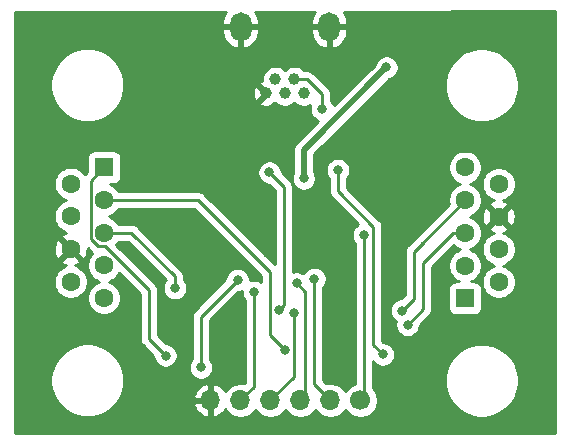
<source format=gbr>
%TF.GenerationSoftware,KiCad,Pcbnew,(5.1.6)-1*%
%TF.CreationDate,2021-06-08T09:34:39+02:00*%
%TF.ProjectId,Joyadapter_SMD,4a6f7961-6461-4707-9465-725f534d442e,rev?*%
%TF.SameCoordinates,Original*%
%TF.FileFunction,Copper,L2,Bot*%
%TF.FilePolarity,Positive*%
%FSLAX46Y46*%
G04 Gerber Fmt 4.6, Leading zero omitted, Abs format (unit mm)*
G04 Created by KiCad (PCBNEW (5.1.6)-1) date 2021-06-08 09:34:39*
%MOMM*%
%LPD*%
G01*
G04 APERTURE LIST*
%TA.AperFunction,ComponentPad*%
%ADD10C,1.000000*%
%TD*%
%TA.AperFunction,ComponentPad*%
%ADD11O,1.800000X2.500000*%
%TD*%
%TA.AperFunction,SMDPad,CuDef*%
%ADD12C,1.700000*%
%TD*%
%TA.AperFunction,SMDPad,CuDef*%
%ADD13O,1.700000X1.700000*%
%TD*%
%TA.AperFunction,ComponentPad*%
%ADD14C,1.600000*%
%TD*%
%TA.AperFunction,ComponentPad*%
%ADD15R,1.600000X1.600000*%
%TD*%
%TA.AperFunction,ViaPad*%
%ADD16C,0.800000*%
%TD*%
%TA.AperFunction,Conductor*%
%ADD17C,0.300000*%
%TD*%
%TA.AperFunction,Conductor*%
%ADD18C,0.250000*%
%TD*%
%TA.AperFunction,Conductor*%
%ADD19C,0.500000*%
%TD*%
%TA.AperFunction,Conductor*%
%ADD20C,0.254000*%
%TD*%
G04 APERTURE END LIST*
D10*
%TO.P,J3,2*%
%TO.N,/D-*%
X149965000Y-94690000D03*
%TO.P,J3,4*%
%TO.N,Net-(J3-Pad4)*%
X148365000Y-94690000D03*
%TO.P,J3,1*%
%TO.N,Net-(F1-Pad2)*%
X150765000Y-95890000D03*
%TO.P,J3,5*%
%TO.N,GND*%
X147565000Y-95890000D03*
%TO.P,J3,3*%
%TO.N,/D+*%
X149165000Y-95890000D03*
D11*
%TO.P,J3,6*%
%TO.N,GND*%
X152915000Y-90240000D03*
X145415000Y-90240000D03*
%TD*%
D12*
%TO.P,J1,2*%
%TO.N,VCC*%
X155565000Y-121880000D03*
D13*
%TO.P,J1,1*%
%TO.N,/MISO*%
X153025000Y-121880000D03*
%TO.P,J1,3*%
%TO.N,/SCK*%
X150485000Y-121880000D03*
%TO.P,J1,4*%
%TO.N,/MOSI*%
X147945000Y-121880000D03*
%TO.P,J1,5*%
%TO.N,/RST*%
X145405000Y-121880000D03*
%TO.P,J1,6*%
%TO.N,GND*%
X142865000Y-121880000D03*
%TD*%
D14*
%TO.P,X2,9*%
%TO.N,Net-(U1-Pad3)*%
X131025000Y-111835000D03*
%TO.P,X2,8*%
%TO.N,GND*%
X131025000Y-109065000D03*
%TO.P,X2,7*%
%TO.N,VCC*%
X131025000Y-106295000D03*
%TO.P,X2,6*%
%TO.N,Net-(U1-Pad2)*%
X131025000Y-103525000D03*
%TO.P,X2,5*%
%TO.N,Net-(X2-Pad5)*%
X133865000Y-113220000D03*
%TO.P,X2,4*%
%TO.N,Net-(U1-Pad8)*%
X133865000Y-110450000D03*
%TO.P,X2,3*%
%TO.N,Net-(U1-Pad7)*%
X133865000Y-107680000D03*
%TO.P,X2,2*%
%TO.N,Net-(U1-Pad11)*%
X133865000Y-104910000D03*
D15*
%TO.P,X2,1*%
%TO.N,Net-(U1-Pad9)*%
X133865000Y-102140000D03*
%TD*%
D14*
%TO.P,X1,9*%
%TO.N,/SCK*%
X167265000Y-103545000D03*
%TO.P,X1,8*%
%TO.N,GND*%
X167265000Y-106315000D03*
%TO.P,X1,7*%
%TO.N,VCC*%
X167265000Y-109085000D03*
%TO.P,X1,6*%
%TO.N,/MISO*%
X167265000Y-111855000D03*
%TO.P,X1,5*%
%TO.N,Net-(X1-Pad5)*%
X164425000Y-102160000D03*
%TO.P,X1,4*%
%TO.N,Net-(U1-Pad15)*%
X164425000Y-104930000D03*
%TO.P,X1,3*%
%TO.N,Net-(U1-Pad14)*%
X164425000Y-107700000D03*
%TO.P,X1,2*%
%TO.N,/MOSI*%
X164425000Y-110470000D03*
D15*
%TO.P,X1,1*%
%TO.N,Net-(U1-Pad16)*%
X164425000Y-113240000D03*
%TD*%
D16*
%TO.N,GND*%
X145245000Y-119050000D03*
X148065000Y-105280000D03*
X142365000Y-100780000D03*
X155965000Y-100680000D03*
X158165000Y-121080000D03*
X140265000Y-121080000D03*
X157765000Y-105180000D03*
%TO.N,VCC*%
X150765000Y-103080000D03*
X155865000Y-107880000D03*
X157765000Y-93690000D03*
%TO.N,Net-(U1-Pad15)*%
X159065000Y-114280000D03*
%TO.N,Net-(U1-Pad14)*%
X159565000Y-115480000D03*
%TO.N,Net-(U1-Pad11)*%
X149165000Y-117580000D03*
%TO.N,Net-(U1-Pad9)*%
X139065000Y-118080000D03*
%TO.N,Net-(U1-Pad7)*%
X139865000Y-112380000D03*
%TO.N,Net-(R1-Pad1)*%
X153665000Y-102380000D03*
X157465000Y-117980000D03*
%TO.N,Net-(R2-Pad1)*%
X147865000Y-102580000D03*
X148630000Y-114215000D03*
%TO.N,/MISO*%
X151665000Y-111580000D03*
%TO.N,/SCK*%
X150165000Y-111980000D03*
%TO.N,/MOSI*%
X149965000Y-114480000D03*
%TO.N,/RST*%
X146565000Y-112680000D03*
%TO.N,/D-*%
X152300000Y-97205000D03*
%TO.N,Net-(C4-Pad1)*%
X142065000Y-119080000D03*
X145165000Y-111680000D03*
%TD*%
D17*
%TO.N,VCC*%
X150765000Y-103080000D02*
X150765000Y-103080000D01*
D18*
X155865000Y-121580000D02*
X155565000Y-121880000D01*
X155865000Y-107880000D02*
X155865000Y-121580000D01*
D19*
X150765000Y-103080000D02*
X150765000Y-101190000D01*
X150765000Y-100690000D02*
X157765000Y-93690000D01*
X150765000Y-101190000D02*
X150765000Y-100690000D01*
D18*
%TO.N,Net-(U1-Pad15)*%
X160065000Y-109290000D02*
X160065000Y-113280000D01*
X160065000Y-113280000D02*
X159065000Y-114280000D01*
X159065000Y-114280000D02*
X159065000Y-114280000D01*
X164425000Y-104930000D02*
X160420000Y-108935000D01*
X160775000Y-108580000D02*
X160420000Y-108935000D01*
X160420000Y-108935000D02*
X160065000Y-109290000D01*
%TO.N,Net-(U1-Pad14)*%
X159565000Y-115480000D02*
X159565000Y-115480000D01*
X159565000Y-115480000D02*
X160865000Y-114180000D01*
X160865000Y-114180000D02*
X160865000Y-110280000D01*
X160865000Y-110280000D02*
X163445000Y-107700000D01*
X163445000Y-107700000D02*
X164425000Y-107700000D01*
%TO.N,Net-(U1-Pad11)*%
X133865000Y-104910000D02*
X141795000Y-104910000D01*
X141795000Y-104910000D02*
X146865000Y-109980000D01*
X146865000Y-109980000D02*
X146865000Y-109980000D01*
X147904999Y-111019999D02*
X147904999Y-116319999D01*
X146865000Y-109980000D02*
X147904999Y-111019999D01*
X147904999Y-116319999D02*
X149165000Y-117580000D01*
X149165000Y-117580000D02*
X149165000Y-117580000D01*
%TO.N,Net-(U1-Pad9)*%
X137639999Y-112531999D02*
X137639999Y-116654999D01*
X132739999Y-103265001D02*
X132739999Y-108220001D01*
X133913001Y-108805001D02*
X137639999Y-112531999D01*
X133865000Y-102140000D02*
X132739999Y-103265001D01*
X132739999Y-108220001D02*
X133324999Y-108805001D01*
X133324999Y-108805001D02*
X133913001Y-108805001D01*
X137639999Y-116654999D02*
X139065000Y-118080000D01*
X139065000Y-118080000D02*
X139065000Y-118080000D01*
%TO.N,Net-(U1-Pad7)*%
X133865000Y-107680000D02*
X136165000Y-107680000D01*
X136165000Y-107680000D02*
X139865000Y-111380000D01*
X139865000Y-111380000D02*
X139865000Y-112380000D01*
X139865000Y-112380000D02*
X139865000Y-112380000D01*
%TO.N,Net-(R1-Pad1)*%
X156665000Y-117180000D02*
X157465000Y-117980000D01*
X156665000Y-107180000D02*
X156665000Y-117180000D01*
X153665000Y-102380000D02*
X153665000Y-104180000D01*
X153665000Y-104180000D02*
X156665000Y-107180000D01*
%TO.N,Net-(R2-Pad1)*%
X149065000Y-113780000D02*
X148630000Y-114215000D01*
X147865000Y-102580000D02*
X149065000Y-103780000D01*
X149065000Y-103780000D02*
X149065000Y-113780000D01*
%TO.N,/MISO*%
X151665000Y-120520000D02*
X152245000Y-121100000D01*
X151665000Y-111580000D02*
X151665000Y-120520000D01*
D17*
X151765000Y-120620000D02*
X152245000Y-121100000D01*
X152245000Y-121100000D02*
X153025000Y-121880000D01*
D18*
%TO.N,/SCK*%
X150865000Y-121500000D02*
X150485000Y-121880000D01*
X150865000Y-112680000D02*
X150865000Y-114880000D01*
X150165000Y-111980000D02*
X150865000Y-112680000D01*
X150865000Y-114880000D02*
X150865000Y-121500000D01*
%TO.N,/MOSI*%
X149965000Y-119860000D02*
X147945000Y-121880000D01*
X149965000Y-114480000D02*
X149965000Y-119860000D01*
%TO.N,/RST*%
X146565000Y-120720000D02*
X145405000Y-121880000D01*
X146565000Y-112680000D02*
X146565000Y-120720000D01*
%TO.N,/D-*%
X152300000Y-95950000D02*
X152300000Y-97205000D01*
X151040000Y-94690000D02*
X152300000Y-95950000D01*
X149965000Y-94690000D02*
X151040000Y-94690000D01*
%TO.N,Net-(C4-Pad1)*%
X142065000Y-119080000D02*
X142065000Y-114780000D01*
X142065000Y-114780000D02*
X145165000Y-111680000D01*
X145165000Y-111680000D02*
X145165000Y-111680000D01*
%TD*%
D20*
%TO.N,GND*%
G36*
X172005000Y-124630000D02*
G01*
X126325000Y-124630000D01*
X126325000Y-119871229D01*
X129310000Y-119871229D01*
X129310000Y-120488771D01*
X129430476Y-121094446D01*
X129666799Y-121664979D01*
X130009886Y-122178446D01*
X130446554Y-122615114D01*
X130960021Y-122958201D01*
X131530554Y-123194524D01*
X132136229Y-123315000D01*
X132753771Y-123315000D01*
X133359446Y-123194524D01*
X133929979Y-122958201D01*
X134443446Y-122615114D01*
X134821669Y-122236891D01*
X141423519Y-122236891D01*
X141520843Y-122511252D01*
X141669822Y-122761355D01*
X141864731Y-122977588D01*
X142098080Y-123151641D01*
X142360901Y-123276825D01*
X142508110Y-123321476D01*
X142738000Y-123200155D01*
X142738000Y-122007000D01*
X141544186Y-122007000D01*
X141423519Y-122236891D01*
X134821669Y-122236891D01*
X134880114Y-122178446D01*
X135223201Y-121664979D01*
X135281965Y-121523109D01*
X141423519Y-121523109D01*
X141544186Y-121753000D01*
X142738000Y-121753000D01*
X142738000Y-120559845D01*
X142508110Y-120438524D01*
X142360901Y-120483175D01*
X142098080Y-120608359D01*
X141864731Y-120782412D01*
X141669822Y-120998645D01*
X141520843Y-121248748D01*
X141423519Y-121523109D01*
X135281965Y-121523109D01*
X135459524Y-121094446D01*
X135580000Y-120488771D01*
X135580000Y-119871229D01*
X135459524Y-119265554D01*
X135223201Y-118695021D01*
X134880114Y-118181554D01*
X134443446Y-117744886D01*
X133929979Y-117401799D01*
X133359446Y-117165476D01*
X132753771Y-117045000D01*
X132136229Y-117045000D01*
X131530554Y-117165476D01*
X130960021Y-117401799D01*
X130446554Y-117744886D01*
X130009886Y-118181554D01*
X129666799Y-118695021D01*
X129430476Y-119265554D01*
X129310000Y-119871229D01*
X126325000Y-119871229D01*
X126325000Y-111693665D01*
X129590000Y-111693665D01*
X129590000Y-111976335D01*
X129645147Y-112253574D01*
X129753320Y-112514727D01*
X129910363Y-112749759D01*
X130110241Y-112949637D01*
X130345273Y-113106680D01*
X130606426Y-113214853D01*
X130883665Y-113270000D01*
X131166335Y-113270000D01*
X131443574Y-113214853D01*
X131704727Y-113106680D01*
X131939759Y-112949637D01*
X132139637Y-112749759D01*
X132296680Y-112514727D01*
X132404853Y-112253574D01*
X132460000Y-111976335D01*
X132460000Y-111693665D01*
X132404853Y-111416426D01*
X132296680Y-111155273D01*
X132139637Y-110920241D01*
X131939759Y-110720363D01*
X131704727Y-110563320D01*
X131443574Y-110455147D01*
X131415118Y-110449487D01*
X131641292Y-110368603D01*
X131766514Y-110301671D01*
X131838097Y-110057702D01*
X131025000Y-109244605D01*
X130211903Y-110057702D01*
X130283486Y-110301671D01*
X130538996Y-110422571D01*
X130641289Y-110448212D01*
X130606426Y-110455147D01*
X130345273Y-110563320D01*
X130110241Y-110720363D01*
X129910363Y-110920241D01*
X129753320Y-111155273D01*
X129645147Y-111416426D01*
X129590000Y-111693665D01*
X126325000Y-111693665D01*
X126325000Y-109135512D01*
X129584783Y-109135512D01*
X129626213Y-109415130D01*
X129721397Y-109681292D01*
X129788329Y-109806514D01*
X130032298Y-109878097D01*
X130845395Y-109065000D01*
X130032298Y-108251903D01*
X129788329Y-108323486D01*
X129667429Y-108578996D01*
X129598700Y-108853184D01*
X129584783Y-109135512D01*
X126325000Y-109135512D01*
X126325000Y-103383665D01*
X129590000Y-103383665D01*
X129590000Y-103666335D01*
X129645147Y-103943574D01*
X129753320Y-104204727D01*
X129910363Y-104439759D01*
X130110241Y-104639637D01*
X130345273Y-104796680D01*
X130606426Y-104904853D01*
X130632301Y-104910000D01*
X130606426Y-104915147D01*
X130345273Y-105023320D01*
X130110241Y-105180363D01*
X129910363Y-105380241D01*
X129753320Y-105615273D01*
X129645147Y-105876426D01*
X129590000Y-106153665D01*
X129590000Y-106436335D01*
X129645147Y-106713574D01*
X129753320Y-106974727D01*
X129910363Y-107209759D01*
X130110241Y-107409637D01*
X130345273Y-107566680D01*
X130606426Y-107674853D01*
X130634882Y-107680513D01*
X130408708Y-107761397D01*
X130283486Y-107828329D01*
X130211903Y-108072298D01*
X131025000Y-108885395D01*
X131039143Y-108871253D01*
X131218748Y-109050858D01*
X131204605Y-109065000D01*
X132017702Y-109878097D01*
X132261671Y-109806514D01*
X132382571Y-109551004D01*
X132451300Y-109276816D01*
X132464018Y-109018821D01*
X132761199Y-109316003D01*
X132784998Y-109345002D01*
X132813996Y-109368800D01*
X132870463Y-109415141D01*
X132750363Y-109535241D01*
X132593320Y-109770273D01*
X132485147Y-110031426D01*
X132430000Y-110308665D01*
X132430000Y-110591335D01*
X132485147Y-110868574D01*
X132593320Y-111129727D01*
X132750363Y-111364759D01*
X132950241Y-111564637D01*
X133185273Y-111721680D01*
X133446426Y-111829853D01*
X133472301Y-111835000D01*
X133446426Y-111840147D01*
X133185273Y-111948320D01*
X132950241Y-112105363D01*
X132750363Y-112305241D01*
X132593320Y-112540273D01*
X132485147Y-112801426D01*
X132430000Y-113078665D01*
X132430000Y-113361335D01*
X132485147Y-113638574D01*
X132593320Y-113899727D01*
X132750363Y-114134759D01*
X132950241Y-114334637D01*
X133185273Y-114491680D01*
X133446426Y-114599853D01*
X133723665Y-114655000D01*
X134006335Y-114655000D01*
X134283574Y-114599853D01*
X134544727Y-114491680D01*
X134779759Y-114334637D01*
X134979637Y-114134759D01*
X135136680Y-113899727D01*
X135244853Y-113638574D01*
X135300000Y-113361335D01*
X135300000Y-113078665D01*
X135244853Y-112801426D01*
X135136680Y-112540273D01*
X134979637Y-112305241D01*
X134779759Y-112105363D01*
X134544727Y-111948320D01*
X134283574Y-111840147D01*
X134257699Y-111835000D01*
X134283574Y-111829853D01*
X134544727Y-111721680D01*
X134779759Y-111564637D01*
X134979637Y-111364759D01*
X135136680Y-111129727D01*
X135144367Y-111111169D01*
X136879999Y-112846801D01*
X136880000Y-116617667D01*
X136876323Y-116654999D01*
X136890997Y-116803984D01*
X136934453Y-116947245D01*
X137005025Y-117079275D01*
X137067766Y-117155724D01*
X137099999Y-117195000D01*
X137128997Y-117218798D01*
X138030000Y-118119802D01*
X138030000Y-118181939D01*
X138069774Y-118381898D01*
X138147795Y-118570256D01*
X138261063Y-118739774D01*
X138405226Y-118883937D01*
X138574744Y-118997205D01*
X138763102Y-119075226D01*
X138963061Y-119115000D01*
X139166939Y-119115000D01*
X139366898Y-119075226D01*
X139555256Y-118997205D01*
X139724774Y-118883937D01*
X139868937Y-118739774D01*
X139982205Y-118570256D01*
X140060226Y-118381898D01*
X140100000Y-118181939D01*
X140100000Y-117978061D01*
X140060226Y-117778102D01*
X139982205Y-117589744D01*
X139868937Y-117420226D01*
X139724774Y-117276063D01*
X139555256Y-117162795D01*
X139366898Y-117084774D01*
X139166939Y-117045000D01*
X139104802Y-117045000D01*
X138399999Y-116340198D01*
X138399999Y-112569321D01*
X138403675Y-112531998D01*
X138399999Y-112494675D01*
X138399999Y-112494666D01*
X138389002Y-112383013D01*
X138345545Y-112239752D01*
X138294191Y-112143676D01*
X138274973Y-112107722D01*
X138203798Y-112020996D01*
X138180000Y-111991998D01*
X138151003Y-111968201D01*
X134878599Y-108695797D01*
X134979637Y-108594759D01*
X135083043Y-108440000D01*
X135850199Y-108440000D01*
X139095744Y-111685545D01*
X139061063Y-111720226D01*
X138947795Y-111889744D01*
X138869774Y-112078102D01*
X138830000Y-112278061D01*
X138830000Y-112481939D01*
X138869774Y-112681898D01*
X138947795Y-112870256D01*
X139061063Y-113039774D01*
X139205226Y-113183937D01*
X139374744Y-113297205D01*
X139563102Y-113375226D01*
X139763061Y-113415000D01*
X139966939Y-113415000D01*
X140166898Y-113375226D01*
X140355256Y-113297205D01*
X140524774Y-113183937D01*
X140668937Y-113039774D01*
X140782205Y-112870256D01*
X140860226Y-112681898D01*
X140900000Y-112481939D01*
X140900000Y-112278061D01*
X140860226Y-112078102D01*
X140782205Y-111889744D01*
X140668937Y-111720226D01*
X140625000Y-111676289D01*
X140625000Y-111417322D01*
X140628676Y-111379999D01*
X140625000Y-111342676D01*
X140625000Y-111342667D01*
X140614003Y-111231014D01*
X140570546Y-111087753D01*
X140499974Y-110955724D01*
X140405001Y-110839999D01*
X140376004Y-110816202D01*
X136728804Y-107169003D01*
X136705001Y-107139999D01*
X136589276Y-107045026D01*
X136457247Y-106974454D01*
X136313986Y-106930997D01*
X136202333Y-106920000D01*
X136202322Y-106920000D01*
X136165000Y-106916324D01*
X136127678Y-106920000D01*
X135083043Y-106920000D01*
X134979637Y-106765241D01*
X134779759Y-106565363D01*
X134544727Y-106408320D01*
X134283574Y-106300147D01*
X134257699Y-106295000D01*
X134283574Y-106289853D01*
X134544727Y-106181680D01*
X134779759Y-106024637D01*
X134979637Y-105824759D01*
X135083043Y-105670000D01*
X141480199Y-105670000D01*
X146301200Y-110491002D01*
X146324999Y-110520001D01*
X146354002Y-110543804D01*
X147144999Y-111334801D01*
X147144999Y-111822759D01*
X147055256Y-111762795D01*
X146866898Y-111684774D01*
X146666939Y-111645000D01*
X146463061Y-111645000D01*
X146263102Y-111684774D01*
X146200000Y-111710912D01*
X146200000Y-111578061D01*
X146160226Y-111378102D01*
X146082205Y-111189744D01*
X145968937Y-111020226D01*
X145824774Y-110876063D01*
X145655256Y-110762795D01*
X145466898Y-110684774D01*
X145266939Y-110645000D01*
X145063061Y-110645000D01*
X144863102Y-110684774D01*
X144674744Y-110762795D01*
X144505226Y-110876063D01*
X144361063Y-111020226D01*
X144247795Y-111189744D01*
X144169774Y-111378102D01*
X144130000Y-111578061D01*
X144130000Y-111640198D01*
X141553998Y-114216201D01*
X141525000Y-114239999D01*
X141501202Y-114268997D01*
X141501201Y-114268998D01*
X141430026Y-114355724D01*
X141359454Y-114487754D01*
X141334343Y-114570537D01*
X141325451Y-114599853D01*
X141315998Y-114631015D01*
X141301324Y-114780000D01*
X141305001Y-114817332D01*
X141305000Y-118376289D01*
X141261063Y-118420226D01*
X141147795Y-118589744D01*
X141069774Y-118778102D01*
X141030000Y-118978061D01*
X141030000Y-119181939D01*
X141069774Y-119381898D01*
X141147795Y-119570256D01*
X141261063Y-119739774D01*
X141405226Y-119883937D01*
X141574744Y-119997205D01*
X141763102Y-120075226D01*
X141963061Y-120115000D01*
X142166939Y-120115000D01*
X142366898Y-120075226D01*
X142555256Y-119997205D01*
X142724774Y-119883937D01*
X142868937Y-119739774D01*
X142982205Y-119570256D01*
X143060226Y-119381898D01*
X143100000Y-119181939D01*
X143100000Y-118978061D01*
X143060226Y-118778102D01*
X142982205Y-118589744D01*
X142868937Y-118420226D01*
X142825000Y-118376289D01*
X142825000Y-115094801D01*
X145204802Y-112715000D01*
X145266939Y-112715000D01*
X145466898Y-112675226D01*
X145530000Y-112649088D01*
X145530000Y-112781939D01*
X145569774Y-112981898D01*
X145647795Y-113170256D01*
X145761063Y-113339774D01*
X145805000Y-113383711D01*
X145805001Y-120405197D01*
X145771408Y-120438790D01*
X145551260Y-120395000D01*
X145258740Y-120395000D01*
X144971842Y-120452068D01*
X144701589Y-120564010D01*
X144458368Y-120726525D01*
X144251525Y-120933368D01*
X144129805Y-121115534D01*
X144060178Y-120998645D01*
X143865269Y-120782412D01*
X143631920Y-120608359D01*
X143369099Y-120483175D01*
X143221890Y-120438524D01*
X142992000Y-120559845D01*
X142992000Y-121753000D01*
X143012000Y-121753000D01*
X143012000Y-122007000D01*
X142992000Y-122007000D01*
X142992000Y-123200155D01*
X143221890Y-123321476D01*
X143369099Y-123276825D01*
X143631920Y-123151641D01*
X143865269Y-122977588D01*
X144060178Y-122761355D01*
X144129805Y-122644466D01*
X144251525Y-122826632D01*
X144458368Y-123033475D01*
X144701589Y-123195990D01*
X144971842Y-123307932D01*
X145258740Y-123365000D01*
X145551260Y-123365000D01*
X145838158Y-123307932D01*
X146108411Y-123195990D01*
X146351632Y-123033475D01*
X146558475Y-122826632D01*
X146675000Y-122652240D01*
X146791525Y-122826632D01*
X146998368Y-123033475D01*
X147241589Y-123195990D01*
X147511842Y-123307932D01*
X147798740Y-123365000D01*
X148091260Y-123365000D01*
X148378158Y-123307932D01*
X148648411Y-123195990D01*
X148891632Y-123033475D01*
X149098475Y-122826632D01*
X149215000Y-122652240D01*
X149331525Y-122826632D01*
X149538368Y-123033475D01*
X149781589Y-123195990D01*
X150051842Y-123307932D01*
X150338740Y-123365000D01*
X150631260Y-123365000D01*
X150918158Y-123307932D01*
X151188411Y-123195990D01*
X151431632Y-123033475D01*
X151638475Y-122826632D01*
X151755000Y-122652240D01*
X151871525Y-122826632D01*
X152078368Y-123033475D01*
X152321589Y-123195990D01*
X152591842Y-123307932D01*
X152878740Y-123365000D01*
X153171260Y-123365000D01*
X153458158Y-123307932D01*
X153728411Y-123195990D01*
X153971632Y-123033475D01*
X154178475Y-122826632D01*
X154295000Y-122652240D01*
X154411525Y-122826632D01*
X154618368Y-123033475D01*
X154861589Y-123195990D01*
X155131842Y-123307932D01*
X155418740Y-123365000D01*
X155711260Y-123365000D01*
X155998158Y-123307932D01*
X156268411Y-123195990D01*
X156511632Y-123033475D01*
X156718475Y-122826632D01*
X156880990Y-122583411D01*
X156992932Y-122313158D01*
X157050000Y-122026260D01*
X157050000Y-121733740D01*
X156992932Y-121446842D01*
X156880990Y-121176589D01*
X156718475Y-120933368D01*
X156625000Y-120839893D01*
X156625000Y-119891229D01*
X162710000Y-119891229D01*
X162710000Y-120508771D01*
X162830476Y-121114446D01*
X163066799Y-121684979D01*
X163409886Y-122198446D01*
X163846554Y-122635114D01*
X164360021Y-122978201D01*
X164930554Y-123214524D01*
X165536229Y-123335000D01*
X166153771Y-123335000D01*
X166759446Y-123214524D01*
X167329979Y-122978201D01*
X167843446Y-122635114D01*
X168280114Y-122198446D01*
X168623201Y-121684979D01*
X168859524Y-121114446D01*
X168980000Y-120508771D01*
X168980000Y-119891229D01*
X168859524Y-119285554D01*
X168623201Y-118715021D01*
X168280114Y-118201554D01*
X167843446Y-117764886D01*
X167329979Y-117421799D01*
X166759446Y-117185476D01*
X166153771Y-117065000D01*
X165536229Y-117065000D01*
X164930554Y-117185476D01*
X164360021Y-117421799D01*
X163846554Y-117764886D01*
X163409886Y-118201554D01*
X163066799Y-118715021D01*
X162830476Y-119285554D01*
X162710000Y-119891229D01*
X156625000Y-119891229D01*
X156625000Y-118585802D01*
X156661063Y-118639774D01*
X156805226Y-118783937D01*
X156974744Y-118897205D01*
X157163102Y-118975226D01*
X157363061Y-119015000D01*
X157566939Y-119015000D01*
X157766898Y-118975226D01*
X157955256Y-118897205D01*
X158124774Y-118783937D01*
X158268937Y-118639774D01*
X158382205Y-118470256D01*
X158460226Y-118281898D01*
X158500000Y-118081939D01*
X158500000Y-117878061D01*
X158460226Y-117678102D01*
X158382205Y-117489744D01*
X158268937Y-117320226D01*
X158124774Y-117176063D01*
X157955256Y-117062795D01*
X157766898Y-116984774D01*
X157566939Y-116945000D01*
X157504801Y-116945000D01*
X157425000Y-116865199D01*
X157425000Y-114178061D01*
X158030000Y-114178061D01*
X158030000Y-114381939D01*
X158069774Y-114581898D01*
X158147795Y-114770256D01*
X158261063Y-114939774D01*
X158405226Y-115083937D01*
X158567003Y-115192033D01*
X158530000Y-115378061D01*
X158530000Y-115581939D01*
X158569774Y-115781898D01*
X158647795Y-115970256D01*
X158761063Y-116139774D01*
X158905226Y-116283937D01*
X159074744Y-116397205D01*
X159263102Y-116475226D01*
X159463061Y-116515000D01*
X159666939Y-116515000D01*
X159866898Y-116475226D01*
X160055256Y-116397205D01*
X160224774Y-116283937D01*
X160368937Y-116139774D01*
X160482205Y-115970256D01*
X160560226Y-115781898D01*
X160600000Y-115581939D01*
X160600000Y-115519801D01*
X161376004Y-114743798D01*
X161405001Y-114720001D01*
X161499974Y-114604276D01*
X161570546Y-114472247D01*
X161614003Y-114328986D01*
X161625000Y-114217333D01*
X161625000Y-114217325D01*
X161628676Y-114180000D01*
X161625000Y-114142675D01*
X161625000Y-110594801D01*
X163457703Y-108762099D01*
X163510241Y-108814637D01*
X163745273Y-108971680D01*
X164006426Y-109079853D01*
X164032301Y-109085000D01*
X164006426Y-109090147D01*
X163745273Y-109198320D01*
X163510241Y-109355363D01*
X163310363Y-109555241D01*
X163153320Y-109790273D01*
X163045147Y-110051426D01*
X162990000Y-110328665D01*
X162990000Y-110611335D01*
X163045147Y-110888574D01*
X163153320Y-111149727D01*
X163310363Y-111384759D01*
X163510241Y-111584637D01*
X163745273Y-111741680D01*
X163890725Y-111801928D01*
X163625000Y-111801928D01*
X163500518Y-111814188D01*
X163380820Y-111850498D01*
X163270506Y-111909463D01*
X163173815Y-111988815D01*
X163094463Y-112085506D01*
X163035498Y-112195820D01*
X162999188Y-112315518D01*
X162986928Y-112440000D01*
X162986928Y-114040000D01*
X162999188Y-114164482D01*
X163035498Y-114284180D01*
X163094463Y-114394494D01*
X163173815Y-114491185D01*
X163270506Y-114570537D01*
X163380820Y-114629502D01*
X163500518Y-114665812D01*
X163625000Y-114678072D01*
X165225000Y-114678072D01*
X165349482Y-114665812D01*
X165469180Y-114629502D01*
X165579494Y-114570537D01*
X165676185Y-114491185D01*
X165755537Y-114394494D01*
X165814502Y-114284180D01*
X165850812Y-114164482D01*
X165863072Y-114040000D01*
X165863072Y-112440000D01*
X165850812Y-112315518D01*
X165814502Y-112195820D01*
X165755537Y-112085506D01*
X165676185Y-111988815D01*
X165579494Y-111909463D01*
X165469180Y-111850498D01*
X165349482Y-111814188D01*
X165225000Y-111801928D01*
X164959275Y-111801928D01*
X165104727Y-111741680D01*
X165339759Y-111584637D01*
X165539637Y-111384759D01*
X165696680Y-111149727D01*
X165804853Y-110888574D01*
X165860000Y-110611335D01*
X165860000Y-110328665D01*
X165804853Y-110051426D01*
X165696680Y-109790273D01*
X165539637Y-109555241D01*
X165339759Y-109355363D01*
X165104727Y-109198320D01*
X164843574Y-109090147D01*
X164817699Y-109085000D01*
X164843574Y-109079853D01*
X165104727Y-108971680D01*
X165146654Y-108943665D01*
X165830000Y-108943665D01*
X165830000Y-109226335D01*
X165885147Y-109503574D01*
X165993320Y-109764727D01*
X166150363Y-109999759D01*
X166350241Y-110199637D01*
X166585273Y-110356680D01*
X166846426Y-110464853D01*
X166872301Y-110470000D01*
X166846426Y-110475147D01*
X166585273Y-110583320D01*
X166350241Y-110740363D01*
X166150363Y-110940241D01*
X165993320Y-111175273D01*
X165885147Y-111436426D01*
X165830000Y-111713665D01*
X165830000Y-111996335D01*
X165885147Y-112273574D01*
X165993320Y-112534727D01*
X166150363Y-112769759D01*
X166350241Y-112969637D01*
X166585273Y-113126680D01*
X166846426Y-113234853D01*
X167123665Y-113290000D01*
X167406335Y-113290000D01*
X167683574Y-113234853D01*
X167944727Y-113126680D01*
X168179759Y-112969637D01*
X168379637Y-112769759D01*
X168536680Y-112534727D01*
X168644853Y-112273574D01*
X168700000Y-111996335D01*
X168700000Y-111713665D01*
X168644853Y-111436426D01*
X168536680Y-111175273D01*
X168379637Y-110940241D01*
X168179759Y-110740363D01*
X167944727Y-110583320D01*
X167683574Y-110475147D01*
X167657699Y-110470000D01*
X167683574Y-110464853D01*
X167944727Y-110356680D01*
X168179759Y-110199637D01*
X168379637Y-109999759D01*
X168536680Y-109764727D01*
X168644853Y-109503574D01*
X168700000Y-109226335D01*
X168700000Y-108943665D01*
X168644853Y-108666426D01*
X168536680Y-108405273D01*
X168379637Y-108170241D01*
X168179759Y-107970363D01*
X167944727Y-107813320D01*
X167683574Y-107705147D01*
X167655118Y-107699487D01*
X167881292Y-107618603D01*
X168006514Y-107551671D01*
X168078097Y-107307702D01*
X167265000Y-106494605D01*
X166451903Y-107307702D01*
X166523486Y-107551671D01*
X166778996Y-107672571D01*
X166881289Y-107698212D01*
X166846426Y-107705147D01*
X166585273Y-107813320D01*
X166350241Y-107970363D01*
X166150363Y-108170241D01*
X165993320Y-108405273D01*
X165885147Y-108666426D01*
X165830000Y-108943665D01*
X165146654Y-108943665D01*
X165339759Y-108814637D01*
X165539637Y-108614759D01*
X165696680Y-108379727D01*
X165804853Y-108118574D01*
X165860000Y-107841335D01*
X165860000Y-107558665D01*
X165804853Y-107281426D01*
X165696680Y-107020273D01*
X165539637Y-106785241D01*
X165339759Y-106585363D01*
X165104727Y-106428320D01*
X165001380Y-106385512D01*
X165824783Y-106385512D01*
X165866213Y-106665130D01*
X165961397Y-106931292D01*
X166028329Y-107056514D01*
X166272298Y-107128097D01*
X167085395Y-106315000D01*
X167444605Y-106315000D01*
X168257702Y-107128097D01*
X168501671Y-107056514D01*
X168622571Y-106801004D01*
X168691300Y-106526816D01*
X168705217Y-106244488D01*
X168663787Y-105964870D01*
X168568603Y-105698708D01*
X168501671Y-105573486D01*
X168257702Y-105501903D01*
X167444605Y-106315000D01*
X167085395Y-106315000D01*
X166272298Y-105501903D01*
X166028329Y-105573486D01*
X165907429Y-105828996D01*
X165838700Y-106103184D01*
X165824783Y-106385512D01*
X165001380Y-106385512D01*
X164843574Y-106320147D01*
X164817699Y-106315000D01*
X164843574Y-106309853D01*
X165104727Y-106201680D01*
X165339759Y-106044637D01*
X165539637Y-105844759D01*
X165696680Y-105609727D01*
X165804853Y-105348574D01*
X165860000Y-105071335D01*
X165860000Y-104788665D01*
X165804853Y-104511426D01*
X165696680Y-104250273D01*
X165539637Y-104015241D01*
X165339759Y-103815363D01*
X165104727Y-103658320D01*
X164843574Y-103550147D01*
X164817699Y-103545000D01*
X164843574Y-103539853D01*
X165104727Y-103431680D01*
X165146654Y-103403665D01*
X165830000Y-103403665D01*
X165830000Y-103686335D01*
X165885147Y-103963574D01*
X165993320Y-104224727D01*
X166150363Y-104459759D01*
X166350241Y-104659637D01*
X166585273Y-104816680D01*
X166846426Y-104924853D01*
X166874882Y-104930513D01*
X166648708Y-105011397D01*
X166523486Y-105078329D01*
X166451903Y-105322298D01*
X167265000Y-106135395D01*
X168078097Y-105322298D01*
X168006514Y-105078329D01*
X167751004Y-104957429D01*
X167648711Y-104931788D01*
X167683574Y-104924853D01*
X167944727Y-104816680D01*
X168179759Y-104659637D01*
X168379637Y-104459759D01*
X168536680Y-104224727D01*
X168644853Y-103963574D01*
X168700000Y-103686335D01*
X168700000Y-103403665D01*
X168644853Y-103126426D01*
X168536680Y-102865273D01*
X168379637Y-102630241D01*
X168179759Y-102430363D01*
X167944727Y-102273320D01*
X167683574Y-102165147D01*
X167406335Y-102110000D01*
X167123665Y-102110000D01*
X166846426Y-102165147D01*
X166585273Y-102273320D01*
X166350241Y-102430363D01*
X166150363Y-102630241D01*
X165993320Y-102865273D01*
X165885147Y-103126426D01*
X165830000Y-103403665D01*
X165146654Y-103403665D01*
X165339759Y-103274637D01*
X165539637Y-103074759D01*
X165696680Y-102839727D01*
X165804853Y-102578574D01*
X165860000Y-102301335D01*
X165860000Y-102018665D01*
X165804853Y-101741426D01*
X165696680Y-101480273D01*
X165539637Y-101245241D01*
X165339759Y-101045363D01*
X165104727Y-100888320D01*
X164843574Y-100780147D01*
X164566335Y-100725000D01*
X164283665Y-100725000D01*
X164006426Y-100780147D01*
X163745273Y-100888320D01*
X163510241Y-101045363D01*
X163310363Y-101245241D01*
X163153320Y-101480273D01*
X163045147Y-101741426D01*
X162990000Y-102018665D01*
X162990000Y-102301335D01*
X163045147Y-102578574D01*
X163153320Y-102839727D01*
X163310363Y-103074759D01*
X163510241Y-103274637D01*
X163745273Y-103431680D01*
X164006426Y-103539853D01*
X164032301Y-103545000D01*
X164006426Y-103550147D01*
X163745273Y-103658320D01*
X163510241Y-103815363D01*
X163310363Y-104015241D01*
X163153320Y-104250273D01*
X163045147Y-104511426D01*
X162990000Y-104788665D01*
X162990000Y-105071335D01*
X163026312Y-105253886D01*
X160263997Y-108016201D01*
X160263998Y-108016201D01*
X159554003Y-108726196D01*
X159524999Y-108749999D01*
X159471952Y-108814637D01*
X159430026Y-108865724D01*
X159384081Y-108951680D01*
X159359454Y-108997754D01*
X159315997Y-109141015D01*
X159305000Y-109252668D01*
X159305000Y-109252678D01*
X159301324Y-109290000D01*
X159305000Y-109327323D01*
X159305001Y-112965197D01*
X159025199Y-113245000D01*
X158963061Y-113245000D01*
X158763102Y-113284774D01*
X158574744Y-113362795D01*
X158405226Y-113476063D01*
X158261063Y-113620226D01*
X158147795Y-113789744D01*
X158069774Y-113978102D01*
X158030000Y-114178061D01*
X157425000Y-114178061D01*
X157425000Y-107217325D01*
X157428676Y-107180000D01*
X157425000Y-107142675D01*
X157425000Y-107142667D01*
X157414003Y-107031014D01*
X157370546Y-106887753D01*
X157299974Y-106755724D01*
X157205001Y-106639999D01*
X157176004Y-106616202D01*
X154425000Y-103865199D01*
X154425000Y-103083711D01*
X154468937Y-103039774D01*
X154582205Y-102870256D01*
X154660226Y-102681898D01*
X154700000Y-102481939D01*
X154700000Y-102278061D01*
X154660226Y-102078102D01*
X154582205Y-101889744D01*
X154468937Y-101720226D01*
X154324774Y-101576063D01*
X154155256Y-101462795D01*
X153966898Y-101384774D01*
X153766939Y-101345000D01*
X153563061Y-101345000D01*
X153363102Y-101384774D01*
X153174744Y-101462795D01*
X153005226Y-101576063D01*
X152861063Y-101720226D01*
X152747795Y-101889744D01*
X152669774Y-102078102D01*
X152630000Y-102278061D01*
X152630000Y-102481939D01*
X152669774Y-102681898D01*
X152747795Y-102870256D01*
X152861063Y-103039774D01*
X152905000Y-103083711D01*
X152905001Y-104142668D01*
X152901324Y-104180000D01*
X152905001Y-104217333D01*
X152915998Y-104328986D01*
X152921220Y-104346201D01*
X152959454Y-104472246D01*
X153030026Y-104604276D01*
X153101201Y-104691002D01*
X153125000Y-104720001D01*
X153153998Y-104743799D01*
X155373695Y-106963496D01*
X155205226Y-107076063D01*
X155061063Y-107220226D01*
X154947795Y-107389744D01*
X154869774Y-107578102D01*
X154830000Y-107778061D01*
X154830000Y-107981939D01*
X154869774Y-108181898D01*
X154947795Y-108370256D01*
X155061063Y-108539774D01*
X155105000Y-108583711D01*
X155105001Y-120463186D01*
X154861589Y-120564010D01*
X154618368Y-120726525D01*
X154411525Y-120933368D01*
X154295000Y-121107760D01*
X154178475Y-120933368D01*
X153971632Y-120726525D01*
X153728411Y-120564010D01*
X153458158Y-120452068D01*
X153171260Y-120395000D01*
X152878740Y-120395000D01*
X152688081Y-120432925D01*
X152425000Y-120169843D01*
X152425000Y-112283711D01*
X152468937Y-112239774D01*
X152582205Y-112070256D01*
X152660226Y-111881898D01*
X152700000Y-111681939D01*
X152700000Y-111478061D01*
X152660226Y-111278102D01*
X152582205Y-111089744D01*
X152468937Y-110920226D01*
X152324774Y-110776063D01*
X152155256Y-110662795D01*
X151966898Y-110584774D01*
X151766939Y-110545000D01*
X151563061Y-110545000D01*
X151363102Y-110584774D01*
X151174744Y-110662795D01*
X151005226Y-110776063D01*
X150861063Y-110920226D01*
X150747795Y-111089744D01*
X150736478Y-111117066D01*
X150655256Y-111062795D01*
X150466898Y-110984774D01*
X150266939Y-110945000D01*
X150063061Y-110945000D01*
X149863102Y-110984774D01*
X149825000Y-111000556D01*
X149825000Y-103817322D01*
X149828676Y-103779999D01*
X149825000Y-103742676D01*
X149825000Y-103742667D01*
X149814003Y-103631014D01*
X149770546Y-103487753D01*
X149699974Y-103355724D01*
X149605001Y-103239999D01*
X149576004Y-103216202D01*
X148900000Y-102540199D01*
X148900000Y-102478061D01*
X148860226Y-102278102D01*
X148782205Y-102089744D01*
X148668937Y-101920226D01*
X148524774Y-101776063D01*
X148355256Y-101662795D01*
X148166898Y-101584774D01*
X147966939Y-101545000D01*
X147763061Y-101545000D01*
X147563102Y-101584774D01*
X147374744Y-101662795D01*
X147205226Y-101776063D01*
X147061063Y-101920226D01*
X146947795Y-102089744D01*
X146869774Y-102278102D01*
X146830000Y-102478061D01*
X146830000Y-102681939D01*
X146869774Y-102881898D01*
X146947795Y-103070256D01*
X147061063Y-103239774D01*
X147205226Y-103383937D01*
X147374744Y-103497205D01*
X147563102Y-103575226D01*
X147763061Y-103615000D01*
X147825199Y-103615000D01*
X148305000Y-104094802D01*
X148305001Y-110345199D01*
X147428804Y-109469002D01*
X147405001Y-109439999D01*
X147376003Y-109416201D01*
X142358804Y-104399003D01*
X142335001Y-104369999D01*
X142219276Y-104275026D01*
X142087247Y-104204454D01*
X141943986Y-104160997D01*
X141832333Y-104150000D01*
X141832322Y-104150000D01*
X141795000Y-104146324D01*
X141757678Y-104150000D01*
X135083043Y-104150000D01*
X134979637Y-103995241D01*
X134779759Y-103795363D01*
X134544727Y-103638320D01*
X134399275Y-103578072D01*
X134665000Y-103578072D01*
X134789482Y-103565812D01*
X134909180Y-103529502D01*
X135019494Y-103470537D01*
X135116185Y-103391185D01*
X135195537Y-103294494D01*
X135254502Y-103184180D01*
X135290812Y-103064482D01*
X135303072Y-102940000D01*
X135303072Y-101340000D01*
X135290812Y-101215518D01*
X135254502Y-101095820D01*
X135195537Y-100985506D01*
X135116185Y-100888815D01*
X135019494Y-100809463D01*
X134909180Y-100750498D01*
X134789482Y-100714188D01*
X134665000Y-100701928D01*
X133065000Y-100701928D01*
X132940518Y-100714188D01*
X132820820Y-100750498D01*
X132710506Y-100809463D01*
X132613815Y-100888815D01*
X132534463Y-100985506D01*
X132475498Y-101095820D01*
X132439188Y-101215518D01*
X132426928Y-101340000D01*
X132426928Y-102503271D01*
X132229001Y-102701197D01*
X132210537Y-102716351D01*
X132139637Y-102610241D01*
X131939759Y-102410363D01*
X131704727Y-102253320D01*
X131443574Y-102145147D01*
X131166335Y-102090000D01*
X130883665Y-102090000D01*
X130606426Y-102145147D01*
X130345273Y-102253320D01*
X130110241Y-102410363D01*
X129910363Y-102610241D01*
X129753320Y-102845273D01*
X129645147Y-103106426D01*
X129590000Y-103383665D01*
X126325000Y-103383665D01*
X126325000Y-94871229D01*
X129310000Y-94871229D01*
X129310000Y-95488771D01*
X129430476Y-96094446D01*
X129666799Y-96664979D01*
X130009886Y-97178446D01*
X130446554Y-97615114D01*
X130960021Y-97958201D01*
X131530554Y-98194524D01*
X132136229Y-98315000D01*
X132753771Y-98315000D01*
X133359446Y-98194524D01*
X133929979Y-97958201D01*
X134443446Y-97615114D01*
X134880114Y-97178446D01*
X135223201Y-96664979D01*
X135459524Y-96094446D01*
X135483799Y-95972406D01*
X146427489Y-95972406D01*
X146465423Y-96192740D01*
X146545613Y-96401440D01*
X146573412Y-96453450D01*
X146786834Y-96488561D01*
X147385395Y-95890000D01*
X146786834Y-95291439D01*
X146573412Y-95326550D01*
X146482542Y-95530826D01*
X146433269Y-95748905D01*
X146427489Y-95972406D01*
X135483799Y-95972406D01*
X135580000Y-95488771D01*
X135580000Y-95111834D01*
X146966439Y-95111834D01*
X147565000Y-95710395D01*
X147579143Y-95696253D01*
X147758748Y-95875858D01*
X147744605Y-95890000D01*
X147758748Y-95904143D01*
X147579143Y-96083748D01*
X147565000Y-96069605D01*
X146966439Y-96668166D01*
X147001550Y-96881588D01*
X147205826Y-96972458D01*
X147423905Y-97021731D01*
X147647406Y-97027511D01*
X147867740Y-96989577D01*
X148076440Y-96909387D01*
X148128450Y-96881588D01*
X148163561Y-96668169D01*
X148281211Y-96785819D01*
X148368449Y-96698581D01*
X148441480Y-96771612D01*
X148627376Y-96895824D01*
X148833933Y-96981383D01*
X149053212Y-97025000D01*
X149276788Y-97025000D01*
X149496067Y-96981383D01*
X149702624Y-96895824D01*
X149888520Y-96771612D01*
X149965000Y-96695132D01*
X150041480Y-96771612D01*
X150227376Y-96895824D01*
X150433933Y-96981383D01*
X150653212Y-97025000D01*
X150876788Y-97025000D01*
X151096067Y-96981383D01*
X151302624Y-96895824D01*
X151309765Y-96891052D01*
X151304774Y-96903102D01*
X151265000Y-97103061D01*
X151265000Y-97306939D01*
X151304774Y-97506898D01*
X151382795Y-97695256D01*
X151496063Y-97864774D01*
X151640226Y-98008937D01*
X151809744Y-98122205D01*
X151998102Y-98200226D01*
X152002351Y-98201071D01*
X150169952Y-100033470D01*
X150136184Y-100061183D01*
X150108471Y-100094951D01*
X150108468Y-100094954D01*
X150025590Y-100195941D01*
X149943411Y-100349687D01*
X149892805Y-100516510D01*
X149880000Y-100646523D01*
X149880000Y-100646531D01*
X149875719Y-100690000D01*
X149880000Y-100733469D01*
X149880000Y-101233476D01*
X149880001Y-101233486D01*
X149880000Y-102541545D01*
X149847795Y-102589744D01*
X149769774Y-102778102D01*
X149730000Y-102978061D01*
X149730000Y-103181939D01*
X149769774Y-103381898D01*
X149847795Y-103570256D01*
X149961063Y-103739774D01*
X150105226Y-103883937D01*
X150274744Y-103997205D01*
X150463102Y-104075226D01*
X150663061Y-104115000D01*
X150866939Y-104115000D01*
X151066898Y-104075226D01*
X151255256Y-103997205D01*
X151424774Y-103883937D01*
X151568937Y-103739774D01*
X151682205Y-103570256D01*
X151760226Y-103381898D01*
X151800000Y-103181939D01*
X151800000Y-102978061D01*
X151760226Y-102778102D01*
X151682205Y-102589744D01*
X151650000Y-102541546D01*
X151650000Y-101056578D01*
X157815349Y-94891229D01*
X162710000Y-94891229D01*
X162710000Y-95508771D01*
X162830476Y-96114446D01*
X163066799Y-96684979D01*
X163409886Y-97198446D01*
X163846554Y-97635114D01*
X164360021Y-97978201D01*
X164930554Y-98214524D01*
X165536229Y-98335000D01*
X166153771Y-98335000D01*
X166759446Y-98214524D01*
X167329979Y-97978201D01*
X167843446Y-97635114D01*
X168280114Y-97198446D01*
X168623201Y-96684979D01*
X168859524Y-96114446D01*
X168980000Y-95508771D01*
X168980000Y-94891229D01*
X168859524Y-94285554D01*
X168623201Y-93715021D01*
X168280114Y-93201554D01*
X167843446Y-92764886D01*
X167329979Y-92421799D01*
X166759446Y-92185476D01*
X166153771Y-92065000D01*
X165536229Y-92065000D01*
X164930554Y-92185476D01*
X164360021Y-92421799D01*
X163846554Y-92764886D01*
X163409886Y-93201554D01*
X163066799Y-93715021D01*
X162830476Y-94285554D01*
X162710000Y-94891229D01*
X157815349Y-94891229D01*
X158010044Y-94696535D01*
X158066898Y-94685226D01*
X158255256Y-94607205D01*
X158424774Y-94493937D01*
X158568937Y-94349774D01*
X158682205Y-94180256D01*
X158760226Y-93991898D01*
X158800000Y-93791939D01*
X158800000Y-93588061D01*
X158760226Y-93388102D01*
X158682205Y-93199744D01*
X158568937Y-93030226D01*
X158424774Y-92886063D01*
X158255256Y-92772795D01*
X158066898Y-92694774D01*
X157866939Y-92655000D01*
X157663061Y-92655000D01*
X157463102Y-92694774D01*
X157274744Y-92772795D01*
X157105226Y-92886063D01*
X156961063Y-93030226D01*
X156847795Y-93199744D01*
X156769774Y-93388102D01*
X156758465Y-93444956D01*
X153296071Y-96907350D01*
X153295226Y-96903102D01*
X153217205Y-96714744D01*
X153103937Y-96545226D01*
X153060000Y-96501289D01*
X153060000Y-95987322D01*
X153063676Y-95949999D01*
X153060000Y-95912676D01*
X153060000Y-95912667D01*
X153049003Y-95801014D01*
X153005546Y-95657753D01*
X152952725Y-95558933D01*
X152934974Y-95525723D01*
X152863799Y-95438997D01*
X152840001Y-95409999D01*
X152811004Y-95386202D01*
X151603804Y-94179003D01*
X151580001Y-94149999D01*
X151464276Y-94055026D01*
X151332247Y-93984454D01*
X151188986Y-93940997D01*
X151077333Y-93930000D01*
X151077322Y-93930000D01*
X151040000Y-93926324D01*
X151002678Y-93930000D01*
X150810132Y-93930000D01*
X150688520Y-93808388D01*
X150502624Y-93684176D01*
X150296067Y-93598617D01*
X150076788Y-93555000D01*
X149853212Y-93555000D01*
X149633933Y-93598617D01*
X149427376Y-93684176D01*
X149241480Y-93808388D01*
X149165000Y-93884868D01*
X149088520Y-93808388D01*
X148902624Y-93684176D01*
X148696067Y-93598617D01*
X148476788Y-93555000D01*
X148253212Y-93555000D01*
X148033933Y-93598617D01*
X147827376Y-93684176D01*
X147641480Y-93808388D01*
X147483388Y-93966480D01*
X147359176Y-94152376D01*
X147273617Y-94358933D01*
X147230000Y-94578212D01*
X147230000Y-94801788D01*
X147230190Y-94802745D01*
X147053560Y-94870613D01*
X147001550Y-94898412D01*
X146966439Y-95111834D01*
X135580000Y-95111834D01*
X135580000Y-94871229D01*
X135459524Y-94265554D01*
X135223201Y-93695021D01*
X134880114Y-93181554D01*
X134443446Y-92744886D01*
X133929979Y-92401799D01*
X133359446Y-92165476D01*
X132753771Y-92045000D01*
X132136229Y-92045000D01*
X131530554Y-92165476D01*
X130960021Y-92401799D01*
X130446554Y-92744886D01*
X130009886Y-93181554D01*
X129666799Y-93695021D01*
X129430476Y-94265554D01*
X129310000Y-94871229D01*
X126325000Y-94871229D01*
X126325000Y-90367000D01*
X143880000Y-90367000D01*
X143880000Y-90717000D01*
X143934271Y-91014023D01*
X144045446Y-91294751D01*
X144209252Y-91548396D01*
X144419394Y-91765210D01*
X144667796Y-91936862D01*
X144944913Y-92056755D01*
X145050260Y-92081036D01*
X145288000Y-91960378D01*
X145288000Y-90367000D01*
X145542000Y-90367000D01*
X145542000Y-91960378D01*
X145779740Y-92081036D01*
X145885087Y-92056755D01*
X146162204Y-91936862D01*
X146410606Y-91765210D01*
X146620748Y-91548396D01*
X146784554Y-91294751D01*
X146895729Y-91014023D01*
X146950000Y-90717000D01*
X146950000Y-90367000D01*
X151380000Y-90367000D01*
X151380000Y-90717000D01*
X151434271Y-91014023D01*
X151545446Y-91294751D01*
X151709252Y-91548396D01*
X151919394Y-91765210D01*
X152167796Y-91936862D01*
X152444913Y-92056755D01*
X152550260Y-92081036D01*
X152788000Y-91960378D01*
X152788000Y-90367000D01*
X153042000Y-90367000D01*
X153042000Y-91960378D01*
X153279740Y-92081036D01*
X153385087Y-92056755D01*
X153662204Y-91936862D01*
X153910606Y-91765210D01*
X154120748Y-91548396D01*
X154284554Y-91294751D01*
X154395729Y-91014023D01*
X154450000Y-90717000D01*
X154450000Y-90367000D01*
X153042000Y-90367000D01*
X152788000Y-90367000D01*
X151380000Y-90367000D01*
X146950000Y-90367000D01*
X145542000Y-90367000D01*
X145288000Y-90367000D01*
X143880000Y-90367000D01*
X126325000Y-90367000D01*
X126325000Y-88974649D01*
X144187589Y-88965147D01*
X144045446Y-89185249D01*
X143934271Y-89465977D01*
X143880000Y-89763000D01*
X143880000Y-90113000D01*
X145288000Y-90113000D01*
X145288000Y-90093000D01*
X145542000Y-90093000D01*
X145542000Y-90113000D01*
X146950000Y-90113000D01*
X146950000Y-89763000D01*
X146895729Y-89465977D01*
X146784554Y-89185249D01*
X146641568Y-88963842D01*
X151690167Y-88961156D01*
X151545446Y-89185249D01*
X151434271Y-89465977D01*
X151380000Y-89763000D01*
X151380000Y-90113000D01*
X152788000Y-90113000D01*
X152788000Y-90093000D01*
X153042000Y-90093000D01*
X153042000Y-90113000D01*
X154450000Y-90113000D01*
X154450000Y-89763000D01*
X154395729Y-89465977D01*
X154284554Y-89185249D01*
X154138992Y-88959854D01*
X172005001Y-88950351D01*
X172005000Y-124630000D01*
G37*
X172005000Y-124630000D02*
X126325000Y-124630000D01*
X126325000Y-119871229D01*
X129310000Y-119871229D01*
X129310000Y-120488771D01*
X129430476Y-121094446D01*
X129666799Y-121664979D01*
X130009886Y-122178446D01*
X130446554Y-122615114D01*
X130960021Y-122958201D01*
X131530554Y-123194524D01*
X132136229Y-123315000D01*
X132753771Y-123315000D01*
X133359446Y-123194524D01*
X133929979Y-122958201D01*
X134443446Y-122615114D01*
X134821669Y-122236891D01*
X141423519Y-122236891D01*
X141520843Y-122511252D01*
X141669822Y-122761355D01*
X141864731Y-122977588D01*
X142098080Y-123151641D01*
X142360901Y-123276825D01*
X142508110Y-123321476D01*
X142738000Y-123200155D01*
X142738000Y-122007000D01*
X141544186Y-122007000D01*
X141423519Y-122236891D01*
X134821669Y-122236891D01*
X134880114Y-122178446D01*
X135223201Y-121664979D01*
X135281965Y-121523109D01*
X141423519Y-121523109D01*
X141544186Y-121753000D01*
X142738000Y-121753000D01*
X142738000Y-120559845D01*
X142508110Y-120438524D01*
X142360901Y-120483175D01*
X142098080Y-120608359D01*
X141864731Y-120782412D01*
X141669822Y-120998645D01*
X141520843Y-121248748D01*
X141423519Y-121523109D01*
X135281965Y-121523109D01*
X135459524Y-121094446D01*
X135580000Y-120488771D01*
X135580000Y-119871229D01*
X135459524Y-119265554D01*
X135223201Y-118695021D01*
X134880114Y-118181554D01*
X134443446Y-117744886D01*
X133929979Y-117401799D01*
X133359446Y-117165476D01*
X132753771Y-117045000D01*
X132136229Y-117045000D01*
X131530554Y-117165476D01*
X130960021Y-117401799D01*
X130446554Y-117744886D01*
X130009886Y-118181554D01*
X129666799Y-118695021D01*
X129430476Y-119265554D01*
X129310000Y-119871229D01*
X126325000Y-119871229D01*
X126325000Y-111693665D01*
X129590000Y-111693665D01*
X129590000Y-111976335D01*
X129645147Y-112253574D01*
X129753320Y-112514727D01*
X129910363Y-112749759D01*
X130110241Y-112949637D01*
X130345273Y-113106680D01*
X130606426Y-113214853D01*
X130883665Y-113270000D01*
X131166335Y-113270000D01*
X131443574Y-113214853D01*
X131704727Y-113106680D01*
X131939759Y-112949637D01*
X132139637Y-112749759D01*
X132296680Y-112514727D01*
X132404853Y-112253574D01*
X132460000Y-111976335D01*
X132460000Y-111693665D01*
X132404853Y-111416426D01*
X132296680Y-111155273D01*
X132139637Y-110920241D01*
X131939759Y-110720363D01*
X131704727Y-110563320D01*
X131443574Y-110455147D01*
X131415118Y-110449487D01*
X131641292Y-110368603D01*
X131766514Y-110301671D01*
X131838097Y-110057702D01*
X131025000Y-109244605D01*
X130211903Y-110057702D01*
X130283486Y-110301671D01*
X130538996Y-110422571D01*
X130641289Y-110448212D01*
X130606426Y-110455147D01*
X130345273Y-110563320D01*
X130110241Y-110720363D01*
X129910363Y-110920241D01*
X129753320Y-111155273D01*
X129645147Y-111416426D01*
X129590000Y-111693665D01*
X126325000Y-111693665D01*
X126325000Y-109135512D01*
X129584783Y-109135512D01*
X129626213Y-109415130D01*
X129721397Y-109681292D01*
X129788329Y-109806514D01*
X130032298Y-109878097D01*
X130845395Y-109065000D01*
X130032298Y-108251903D01*
X129788329Y-108323486D01*
X129667429Y-108578996D01*
X129598700Y-108853184D01*
X129584783Y-109135512D01*
X126325000Y-109135512D01*
X126325000Y-103383665D01*
X129590000Y-103383665D01*
X129590000Y-103666335D01*
X129645147Y-103943574D01*
X129753320Y-104204727D01*
X129910363Y-104439759D01*
X130110241Y-104639637D01*
X130345273Y-104796680D01*
X130606426Y-104904853D01*
X130632301Y-104910000D01*
X130606426Y-104915147D01*
X130345273Y-105023320D01*
X130110241Y-105180363D01*
X129910363Y-105380241D01*
X129753320Y-105615273D01*
X129645147Y-105876426D01*
X129590000Y-106153665D01*
X129590000Y-106436335D01*
X129645147Y-106713574D01*
X129753320Y-106974727D01*
X129910363Y-107209759D01*
X130110241Y-107409637D01*
X130345273Y-107566680D01*
X130606426Y-107674853D01*
X130634882Y-107680513D01*
X130408708Y-107761397D01*
X130283486Y-107828329D01*
X130211903Y-108072298D01*
X131025000Y-108885395D01*
X131039143Y-108871253D01*
X131218748Y-109050858D01*
X131204605Y-109065000D01*
X132017702Y-109878097D01*
X132261671Y-109806514D01*
X132382571Y-109551004D01*
X132451300Y-109276816D01*
X132464018Y-109018821D01*
X132761199Y-109316003D01*
X132784998Y-109345002D01*
X132813996Y-109368800D01*
X132870463Y-109415141D01*
X132750363Y-109535241D01*
X132593320Y-109770273D01*
X132485147Y-110031426D01*
X132430000Y-110308665D01*
X132430000Y-110591335D01*
X132485147Y-110868574D01*
X132593320Y-111129727D01*
X132750363Y-111364759D01*
X132950241Y-111564637D01*
X133185273Y-111721680D01*
X133446426Y-111829853D01*
X133472301Y-111835000D01*
X133446426Y-111840147D01*
X133185273Y-111948320D01*
X132950241Y-112105363D01*
X132750363Y-112305241D01*
X132593320Y-112540273D01*
X132485147Y-112801426D01*
X132430000Y-113078665D01*
X132430000Y-113361335D01*
X132485147Y-113638574D01*
X132593320Y-113899727D01*
X132750363Y-114134759D01*
X132950241Y-114334637D01*
X133185273Y-114491680D01*
X133446426Y-114599853D01*
X133723665Y-114655000D01*
X134006335Y-114655000D01*
X134283574Y-114599853D01*
X134544727Y-114491680D01*
X134779759Y-114334637D01*
X134979637Y-114134759D01*
X135136680Y-113899727D01*
X135244853Y-113638574D01*
X135300000Y-113361335D01*
X135300000Y-113078665D01*
X135244853Y-112801426D01*
X135136680Y-112540273D01*
X134979637Y-112305241D01*
X134779759Y-112105363D01*
X134544727Y-111948320D01*
X134283574Y-111840147D01*
X134257699Y-111835000D01*
X134283574Y-111829853D01*
X134544727Y-111721680D01*
X134779759Y-111564637D01*
X134979637Y-111364759D01*
X135136680Y-111129727D01*
X135144367Y-111111169D01*
X136879999Y-112846801D01*
X136880000Y-116617667D01*
X136876323Y-116654999D01*
X136890997Y-116803984D01*
X136934453Y-116947245D01*
X137005025Y-117079275D01*
X137067766Y-117155724D01*
X137099999Y-117195000D01*
X137128997Y-117218798D01*
X138030000Y-118119802D01*
X138030000Y-118181939D01*
X138069774Y-118381898D01*
X138147795Y-118570256D01*
X138261063Y-118739774D01*
X138405226Y-118883937D01*
X138574744Y-118997205D01*
X138763102Y-119075226D01*
X138963061Y-119115000D01*
X139166939Y-119115000D01*
X139366898Y-119075226D01*
X139555256Y-118997205D01*
X139724774Y-118883937D01*
X139868937Y-118739774D01*
X139982205Y-118570256D01*
X140060226Y-118381898D01*
X140100000Y-118181939D01*
X140100000Y-117978061D01*
X140060226Y-117778102D01*
X139982205Y-117589744D01*
X139868937Y-117420226D01*
X139724774Y-117276063D01*
X139555256Y-117162795D01*
X139366898Y-117084774D01*
X139166939Y-117045000D01*
X139104802Y-117045000D01*
X138399999Y-116340198D01*
X138399999Y-112569321D01*
X138403675Y-112531998D01*
X138399999Y-112494675D01*
X138399999Y-112494666D01*
X138389002Y-112383013D01*
X138345545Y-112239752D01*
X138294191Y-112143676D01*
X138274973Y-112107722D01*
X138203798Y-112020996D01*
X138180000Y-111991998D01*
X138151003Y-111968201D01*
X134878599Y-108695797D01*
X134979637Y-108594759D01*
X135083043Y-108440000D01*
X135850199Y-108440000D01*
X139095744Y-111685545D01*
X139061063Y-111720226D01*
X138947795Y-111889744D01*
X138869774Y-112078102D01*
X138830000Y-112278061D01*
X138830000Y-112481939D01*
X138869774Y-112681898D01*
X138947795Y-112870256D01*
X139061063Y-113039774D01*
X139205226Y-113183937D01*
X139374744Y-113297205D01*
X139563102Y-113375226D01*
X139763061Y-113415000D01*
X139966939Y-113415000D01*
X140166898Y-113375226D01*
X140355256Y-113297205D01*
X140524774Y-113183937D01*
X140668937Y-113039774D01*
X140782205Y-112870256D01*
X140860226Y-112681898D01*
X140900000Y-112481939D01*
X140900000Y-112278061D01*
X140860226Y-112078102D01*
X140782205Y-111889744D01*
X140668937Y-111720226D01*
X140625000Y-111676289D01*
X140625000Y-111417322D01*
X140628676Y-111379999D01*
X140625000Y-111342676D01*
X140625000Y-111342667D01*
X140614003Y-111231014D01*
X140570546Y-111087753D01*
X140499974Y-110955724D01*
X140405001Y-110839999D01*
X140376004Y-110816202D01*
X136728804Y-107169003D01*
X136705001Y-107139999D01*
X136589276Y-107045026D01*
X136457247Y-106974454D01*
X136313986Y-106930997D01*
X136202333Y-106920000D01*
X136202322Y-106920000D01*
X136165000Y-106916324D01*
X136127678Y-106920000D01*
X135083043Y-106920000D01*
X134979637Y-106765241D01*
X134779759Y-106565363D01*
X134544727Y-106408320D01*
X134283574Y-106300147D01*
X134257699Y-106295000D01*
X134283574Y-106289853D01*
X134544727Y-106181680D01*
X134779759Y-106024637D01*
X134979637Y-105824759D01*
X135083043Y-105670000D01*
X141480199Y-105670000D01*
X146301200Y-110491002D01*
X146324999Y-110520001D01*
X146354002Y-110543804D01*
X147144999Y-111334801D01*
X147144999Y-111822759D01*
X147055256Y-111762795D01*
X146866898Y-111684774D01*
X146666939Y-111645000D01*
X146463061Y-111645000D01*
X146263102Y-111684774D01*
X146200000Y-111710912D01*
X146200000Y-111578061D01*
X146160226Y-111378102D01*
X146082205Y-111189744D01*
X145968937Y-111020226D01*
X145824774Y-110876063D01*
X145655256Y-110762795D01*
X145466898Y-110684774D01*
X145266939Y-110645000D01*
X145063061Y-110645000D01*
X144863102Y-110684774D01*
X144674744Y-110762795D01*
X144505226Y-110876063D01*
X144361063Y-111020226D01*
X144247795Y-111189744D01*
X144169774Y-111378102D01*
X144130000Y-111578061D01*
X144130000Y-111640198D01*
X141553998Y-114216201D01*
X141525000Y-114239999D01*
X141501202Y-114268997D01*
X141501201Y-114268998D01*
X141430026Y-114355724D01*
X141359454Y-114487754D01*
X141334343Y-114570537D01*
X141325451Y-114599853D01*
X141315998Y-114631015D01*
X141301324Y-114780000D01*
X141305001Y-114817332D01*
X141305000Y-118376289D01*
X141261063Y-118420226D01*
X141147795Y-118589744D01*
X141069774Y-118778102D01*
X141030000Y-118978061D01*
X141030000Y-119181939D01*
X141069774Y-119381898D01*
X141147795Y-119570256D01*
X141261063Y-119739774D01*
X141405226Y-119883937D01*
X141574744Y-119997205D01*
X141763102Y-120075226D01*
X141963061Y-120115000D01*
X142166939Y-120115000D01*
X142366898Y-120075226D01*
X142555256Y-119997205D01*
X142724774Y-119883937D01*
X142868937Y-119739774D01*
X142982205Y-119570256D01*
X143060226Y-119381898D01*
X143100000Y-119181939D01*
X143100000Y-118978061D01*
X143060226Y-118778102D01*
X142982205Y-118589744D01*
X142868937Y-118420226D01*
X142825000Y-118376289D01*
X142825000Y-115094801D01*
X145204802Y-112715000D01*
X145266939Y-112715000D01*
X145466898Y-112675226D01*
X145530000Y-112649088D01*
X145530000Y-112781939D01*
X145569774Y-112981898D01*
X145647795Y-113170256D01*
X145761063Y-113339774D01*
X145805000Y-113383711D01*
X145805001Y-120405197D01*
X145771408Y-120438790D01*
X145551260Y-120395000D01*
X145258740Y-120395000D01*
X144971842Y-120452068D01*
X144701589Y-120564010D01*
X144458368Y-120726525D01*
X144251525Y-120933368D01*
X144129805Y-121115534D01*
X144060178Y-120998645D01*
X143865269Y-120782412D01*
X143631920Y-120608359D01*
X143369099Y-120483175D01*
X143221890Y-120438524D01*
X142992000Y-120559845D01*
X142992000Y-121753000D01*
X143012000Y-121753000D01*
X143012000Y-122007000D01*
X142992000Y-122007000D01*
X142992000Y-123200155D01*
X143221890Y-123321476D01*
X143369099Y-123276825D01*
X143631920Y-123151641D01*
X143865269Y-122977588D01*
X144060178Y-122761355D01*
X144129805Y-122644466D01*
X144251525Y-122826632D01*
X144458368Y-123033475D01*
X144701589Y-123195990D01*
X144971842Y-123307932D01*
X145258740Y-123365000D01*
X145551260Y-123365000D01*
X145838158Y-123307932D01*
X146108411Y-123195990D01*
X146351632Y-123033475D01*
X146558475Y-122826632D01*
X146675000Y-122652240D01*
X146791525Y-122826632D01*
X146998368Y-123033475D01*
X147241589Y-123195990D01*
X147511842Y-123307932D01*
X147798740Y-123365000D01*
X148091260Y-123365000D01*
X148378158Y-123307932D01*
X148648411Y-123195990D01*
X148891632Y-123033475D01*
X149098475Y-122826632D01*
X149215000Y-122652240D01*
X149331525Y-122826632D01*
X149538368Y-123033475D01*
X149781589Y-123195990D01*
X150051842Y-123307932D01*
X150338740Y-123365000D01*
X150631260Y-123365000D01*
X150918158Y-123307932D01*
X151188411Y-123195990D01*
X151431632Y-123033475D01*
X151638475Y-122826632D01*
X151755000Y-122652240D01*
X151871525Y-122826632D01*
X152078368Y-123033475D01*
X152321589Y-123195990D01*
X152591842Y-123307932D01*
X152878740Y-123365000D01*
X153171260Y-123365000D01*
X153458158Y-123307932D01*
X153728411Y-123195990D01*
X153971632Y-123033475D01*
X154178475Y-122826632D01*
X154295000Y-122652240D01*
X154411525Y-122826632D01*
X154618368Y-123033475D01*
X154861589Y-123195990D01*
X155131842Y-123307932D01*
X155418740Y-123365000D01*
X155711260Y-123365000D01*
X155998158Y-123307932D01*
X156268411Y-123195990D01*
X156511632Y-123033475D01*
X156718475Y-122826632D01*
X156880990Y-122583411D01*
X156992932Y-122313158D01*
X157050000Y-122026260D01*
X157050000Y-121733740D01*
X156992932Y-121446842D01*
X156880990Y-121176589D01*
X156718475Y-120933368D01*
X156625000Y-120839893D01*
X156625000Y-119891229D01*
X162710000Y-119891229D01*
X162710000Y-120508771D01*
X162830476Y-121114446D01*
X163066799Y-121684979D01*
X163409886Y-122198446D01*
X163846554Y-122635114D01*
X164360021Y-122978201D01*
X164930554Y-123214524D01*
X165536229Y-123335000D01*
X166153771Y-123335000D01*
X166759446Y-123214524D01*
X167329979Y-122978201D01*
X167843446Y-122635114D01*
X168280114Y-122198446D01*
X168623201Y-121684979D01*
X168859524Y-121114446D01*
X168980000Y-120508771D01*
X168980000Y-119891229D01*
X168859524Y-119285554D01*
X168623201Y-118715021D01*
X168280114Y-118201554D01*
X167843446Y-117764886D01*
X167329979Y-117421799D01*
X166759446Y-117185476D01*
X166153771Y-117065000D01*
X165536229Y-117065000D01*
X164930554Y-117185476D01*
X164360021Y-117421799D01*
X163846554Y-117764886D01*
X163409886Y-118201554D01*
X163066799Y-118715021D01*
X162830476Y-119285554D01*
X162710000Y-119891229D01*
X156625000Y-119891229D01*
X156625000Y-118585802D01*
X156661063Y-118639774D01*
X156805226Y-118783937D01*
X156974744Y-118897205D01*
X157163102Y-118975226D01*
X157363061Y-119015000D01*
X157566939Y-119015000D01*
X157766898Y-118975226D01*
X157955256Y-118897205D01*
X158124774Y-118783937D01*
X158268937Y-118639774D01*
X158382205Y-118470256D01*
X158460226Y-118281898D01*
X158500000Y-118081939D01*
X158500000Y-117878061D01*
X158460226Y-117678102D01*
X158382205Y-117489744D01*
X158268937Y-117320226D01*
X158124774Y-117176063D01*
X157955256Y-117062795D01*
X157766898Y-116984774D01*
X157566939Y-116945000D01*
X157504801Y-116945000D01*
X157425000Y-116865199D01*
X157425000Y-114178061D01*
X158030000Y-114178061D01*
X158030000Y-114381939D01*
X158069774Y-114581898D01*
X158147795Y-114770256D01*
X158261063Y-114939774D01*
X158405226Y-115083937D01*
X158567003Y-115192033D01*
X158530000Y-115378061D01*
X158530000Y-115581939D01*
X158569774Y-115781898D01*
X158647795Y-115970256D01*
X158761063Y-116139774D01*
X158905226Y-116283937D01*
X159074744Y-116397205D01*
X159263102Y-116475226D01*
X159463061Y-116515000D01*
X159666939Y-116515000D01*
X159866898Y-116475226D01*
X160055256Y-116397205D01*
X160224774Y-116283937D01*
X160368937Y-116139774D01*
X160482205Y-115970256D01*
X160560226Y-115781898D01*
X160600000Y-115581939D01*
X160600000Y-115519801D01*
X161376004Y-114743798D01*
X161405001Y-114720001D01*
X161499974Y-114604276D01*
X161570546Y-114472247D01*
X161614003Y-114328986D01*
X161625000Y-114217333D01*
X161625000Y-114217325D01*
X161628676Y-114180000D01*
X161625000Y-114142675D01*
X161625000Y-110594801D01*
X163457703Y-108762099D01*
X163510241Y-108814637D01*
X163745273Y-108971680D01*
X164006426Y-109079853D01*
X164032301Y-109085000D01*
X164006426Y-109090147D01*
X163745273Y-109198320D01*
X163510241Y-109355363D01*
X163310363Y-109555241D01*
X163153320Y-109790273D01*
X163045147Y-110051426D01*
X162990000Y-110328665D01*
X162990000Y-110611335D01*
X163045147Y-110888574D01*
X163153320Y-111149727D01*
X163310363Y-111384759D01*
X163510241Y-111584637D01*
X163745273Y-111741680D01*
X163890725Y-111801928D01*
X163625000Y-111801928D01*
X163500518Y-111814188D01*
X163380820Y-111850498D01*
X163270506Y-111909463D01*
X163173815Y-111988815D01*
X163094463Y-112085506D01*
X163035498Y-112195820D01*
X162999188Y-112315518D01*
X162986928Y-112440000D01*
X162986928Y-114040000D01*
X162999188Y-114164482D01*
X163035498Y-114284180D01*
X163094463Y-114394494D01*
X163173815Y-114491185D01*
X163270506Y-114570537D01*
X163380820Y-114629502D01*
X163500518Y-114665812D01*
X163625000Y-114678072D01*
X165225000Y-114678072D01*
X165349482Y-114665812D01*
X165469180Y-114629502D01*
X165579494Y-114570537D01*
X165676185Y-114491185D01*
X165755537Y-114394494D01*
X165814502Y-114284180D01*
X165850812Y-114164482D01*
X165863072Y-114040000D01*
X165863072Y-112440000D01*
X165850812Y-112315518D01*
X165814502Y-112195820D01*
X165755537Y-112085506D01*
X165676185Y-111988815D01*
X165579494Y-111909463D01*
X165469180Y-111850498D01*
X165349482Y-111814188D01*
X165225000Y-111801928D01*
X164959275Y-111801928D01*
X165104727Y-111741680D01*
X165339759Y-111584637D01*
X165539637Y-111384759D01*
X165696680Y-111149727D01*
X165804853Y-110888574D01*
X165860000Y-110611335D01*
X165860000Y-110328665D01*
X165804853Y-110051426D01*
X165696680Y-109790273D01*
X165539637Y-109555241D01*
X165339759Y-109355363D01*
X165104727Y-109198320D01*
X164843574Y-109090147D01*
X164817699Y-109085000D01*
X164843574Y-109079853D01*
X165104727Y-108971680D01*
X165146654Y-108943665D01*
X165830000Y-108943665D01*
X165830000Y-109226335D01*
X165885147Y-109503574D01*
X165993320Y-109764727D01*
X166150363Y-109999759D01*
X166350241Y-110199637D01*
X166585273Y-110356680D01*
X166846426Y-110464853D01*
X166872301Y-110470000D01*
X166846426Y-110475147D01*
X166585273Y-110583320D01*
X166350241Y-110740363D01*
X166150363Y-110940241D01*
X165993320Y-111175273D01*
X165885147Y-111436426D01*
X165830000Y-111713665D01*
X165830000Y-111996335D01*
X165885147Y-112273574D01*
X165993320Y-112534727D01*
X166150363Y-112769759D01*
X166350241Y-112969637D01*
X166585273Y-113126680D01*
X166846426Y-113234853D01*
X167123665Y-113290000D01*
X167406335Y-113290000D01*
X167683574Y-113234853D01*
X167944727Y-113126680D01*
X168179759Y-112969637D01*
X168379637Y-112769759D01*
X168536680Y-112534727D01*
X168644853Y-112273574D01*
X168700000Y-111996335D01*
X168700000Y-111713665D01*
X168644853Y-111436426D01*
X168536680Y-111175273D01*
X168379637Y-110940241D01*
X168179759Y-110740363D01*
X167944727Y-110583320D01*
X167683574Y-110475147D01*
X167657699Y-110470000D01*
X167683574Y-110464853D01*
X167944727Y-110356680D01*
X168179759Y-110199637D01*
X168379637Y-109999759D01*
X168536680Y-109764727D01*
X168644853Y-109503574D01*
X168700000Y-109226335D01*
X168700000Y-108943665D01*
X168644853Y-108666426D01*
X168536680Y-108405273D01*
X168379637Y-108170241D01*
X168179759Y-107970363D01*
X167944727Y-107813320D01*
X167683574Y-107705147D01*
X167655118Y-107699487D01*
X167881292Y-107618603D01*
X168006514Y-107551671D01*
X168078097Y-107307702D01*
X167265000Y-106494605D01*
X166451903Y-107307702D01*
X166523486Y-107551671D01*
X166778996Y-107672571D01*
X166881289Y-107698212D01*
X166846426Y-107705147D01*
X166585273Y-107813320D01*
X166350241Y-107970363D01*
X166150363Y-108170241D01*
X165993320Y-108405273D01*
X165885147Y-108666426D01*
X165830000Y-108943665D01*
X165146654Y-108943665D01*
X165339759Y-108814637D01*
X165539637Y-108614759D01*
X165696680Y-108379727D01*
X165804853Y-108118574D01*
X165860000Y-107841335D01*
X165860000Y-107558665D01*
X165804853Y-107281426D01*
X165696680Y-107020273D01*
X165539637Y-106785241D01*
X165339759Y-106585363D01*
X165104727Y-106428320D01*
X165001380Y-106385512D01*
X165824783Y-106385512D01*
X165866213Y-106665130D01*
X165961397Y-106931292D01*
X166028329Y-107056514D01*
X166272298Y-107128097D01*
X167085395Y-106315000D01*
X167444605Y-106315000D01*
X168257702Y-107128097D01*
X168501671Y-107056514D01*
X168622571Y-106801004D01*
X168691300Y-106526816D01*
X168705217Y-106244488D01*
X168663787Y-105964870D01*
X168568603Y-105698708D01*
X168501671Y-105573486D01*
X168257702Y-105501903D01*
X167444605Y-106315000D01*
X167085395Y-106315000D01*
X166272298Y-105501903D01*
X166028329Y-105573486D01*
X165907429Y-105828996D01*
X165838700Y-106103184D01*
X165824783Y-106385512D01*
X165001380Y-106385512D01*
X164843574Y-106320147D01*
X164817699Y-106315000D01*
X164843574Y-106309853D01*
X165104727Y-106201680D01*
X165339759Y-106044637D01*
X165539637Y-105844759D01*
X165696680Y-105609727D01*
X165804853Y-105348574D01*
X165860000Y-105071335D01*
X165860000Y-104788665D01*
X165804853Y-104511426D01*
X165696680Y-104250273D01*
X165539637Y-104015241D01*
X165339759Y-103815363D01*
X165104727Y-103658320D01*
X164843574Y-103550147D01*
X164817699Y-103545000D01*
X164843574Y-103539853D01*
X165104727Y-103431680D01*
X165146654Y-103403665D01*
X165830000Y-103403665D01*
X165830000Y-103686335D01*
X165885147Y-103963574D01*
X165993320Y-104224727D01*
X166150363Y-104459759D01*
X166350241Y-104659637D01*
X166585273Y-104816680D01*
X166846426Y-104924853D01*
X166874882Y-104930513D01*
X166648708Y-105011397D01*
X166523486Y-105078329D01*
X166451903Y-105322298D01*
X167265000Y-106135395D01*
X168078097Y-105322298D01*
X168006514Y-105078329D01*
X167751004Y-104957429D01*
X167648711Y-104931788D01*
X167683574Y-104924853D01*
X167944727Y-104816680D01*
X168179759Y-104659637D01*
X168379637Y-104459759D01*
X168536680Y-104224727D01*
X168644853Y-103963574D01*
X168700000Y-103686335D01*
X168700000Y-103403665D01*
X168644853Y-103126426D01*
X168536680Y-102865273D01*
X168379637Y-102630241D01*
X168179759Y-102430363D01*
X167944727Y-102273320D01*
X167683574Y-102165147D01*
X167406335Y-102110000D01*
X167123665Y-102110000D01*
X166846426Y-102165147D01*
X166585273Y-102273320D01*
X166350241Y-102430363D01*
X166150363Y-102630241D01*
X165993320Y-102865273D01*
X165885147Y-103126426D01*
X165830000Y-103403665D01*
X165146654Y-103403665D01*
X165339759Y-103274637D01*
X165539637Y-103074759D01*
X165696680Y-102839727D01*
X165804853Y-102578574D01*
X165860000Y-102301335D01*
X165860000Y-102018665D01*
X165804853Y-101741426D01*
X165696680Y-101480273D01*
X165539637Y-101245241D01*
X165339759Y-101045363D01*
X165104727Y-100888320D01*
X164843574Y-100780147D01*
X164566335Y-100725000D01*
X164283665Y-100725000D01*
X164006426Y-100780147D01*
X163745273Y-100888320D01*
X163510241Y-101045363D01*
X163310363Y-101245241D01*
X163153320Y-101480273D01*
X163045147Y-101741426D01*
X162990000Y-102018665D01*
X162990000Y-102301335D01*
X163045147Y-102578574D01*
X163153320Y-102839727D01*
X163310363Y-103074759D01*
X163510241Y-103274637D01*
X163745273Y-103431680D01*
X164006426Y-103539853D01*
X164032301Y-103545000D01*
X164006426Y-103550147D01*
X163745273Y-103658320D01*
X163510241Y-103815363D01*
X163310363Y-104015241D01*
X163153320Y-104250273D01*
X163045147Y-104511426D01*
X162990000Y-104788665D01*
X162990000Y-105071335D01*
X163026312Y-105253886D01*
X160263997Y-108016201D01*
X160263998Y-108016201D01*
X159554003Y-108726196D01*
X159524999Y-108749999D01*
X159471952Y-108814637D01*
X159430026Y-108865724D01*
X159384081Y-108951680D01*
X159359454Y-108997754D01*
X159315997Y-109141015D01*
X159305000Y-109252668D01*
X159305000Y-109252678D01*
X159301324Y-109290000D01*
X159305000Y-109327323D01*
X159305001Y-112965197D01*
X159025199Y-113245000D01*
X158963061Y-113245000D01*
X158763102Y-113284774D01*
X158574744Y-113362795D01*
X158405226Y-113476063D01*
X158261063Y-113620226D01*
X158147795Y-113789744D01*
X158069774Y-113978102D01*
X158030000Y-114178061D01*
X157425000Y-114178061D01*
X157425000Y-107217325D01*
X157428676Y-107180000D01*
X157425000Y-107142675D01*
X157425000Y-107142667D01*
X157414003Y-107031014D01*
X157370546Y-106887753D01*
X157299974Y-106755724D01*
X157205001Y-106639999D01*
X157176004Y-106616202D01*
X154425000Y-103865199D01*
X154425000Y-103083711D01*
X154468937Y-103039774D01*
X154582205Y-102870256D01*
X154660226Y-102681898D01*
X154700000Y-102481939D01*
X154700000Y-102278061D01*
X154660226Y-102078102D01*
X154582205Y-101889744D01*
X154468937Y-101720226D01*
X154324774Y-101576063D01*
X154155256Y-101462795D01*
X153966898Y-101384774D01*
X153766939Y-101345000D01*
X153563061Y-101345000D01*
X153363102Y-101384774D01*
X153174744Y-101462795D01*
X153005226Y-101576063D01*
X152861063Y-101720226D01*
X152747795Y-101889744D01*
X152669774Y-102078102D01*
X152630000Y-102278061D01*
X152630000Y-102481939D01*
X152669774Y-102681898D01*
X152747795Y-102870256D01*
X152861063Y-103039774D01*
X152905000Y-103083711D01*
X152905001Y-104142668D01*
X152901324Y-104180000D01*
X152905001Y-104217333D01*
X152915998Y-104328986D01*
X152921220Y-104346201D01*
X152959454Y-104472246D01*
X153030026Y-104604276D01*
X153101201Y-104691002D01*
X153125000Y-104720001D01*
X153153998Y-104743799D01*
X155373695Y-106963496D01*
X155205226Y-107076063D01*
X155061063Y-107220226D01*
X154947795Y-107389744D01*
X154869774Y-107578102D01*
X154830000Y-107778061D01*
X154830000Y-107981939D01*
X154869774Y-108181898D01*
X154947795Y-108370256D01*
X155061063Y-108539774D01*
X155105000Y-108583711D01*
X155105001Y-120463186D01*
X154861589Y-120564010D01*
X154618368Y-120726525D01*
X154411525Y-120933368D01*
X154295000Y-121107760D01*
X154178475Y-120933368D01*
X153971632Y-120726525D01*
X153728411Y-120564010D01*
X153458158Y-120452068D01*
X153171260Y-120395000D01*
X152878740Y-120395000D01*
X152688081Y-120432925D01*
X152425000Y-120169843D01*
X152425000Y-112283711D01*
X152468937Y-112239774D01*
X152582205Y-112070256D01*
X152660226Y-111881898D01*
X152700000Y-111681939D01*
X152700000Y-111478061D01*
X152660226Y-111278102D01*
X152582205Y-111089744D01*
X152468937Y-110920226D01*
X152324774Y-110776063D01*
X152155256Y-110662795D01*
X151966898Y-110584774D01*
X151766939Y-110545000D01*
X151563061Y-110545000D01*
X151363102Y-110584774D01*
X151174744Y-110662795D01*
X151005226Y-110776063D01*
X150861063Y-110920226D01*
X150747795Y-111089744D01*
X150736478Y-111117066D01*
X150655256Y-111062795D01*
X150466898Y-110984774D01*
X150266939Y-110945000D01*
X150063061Y-110945000D01*
X149863102Y-110984774D01*
X149825000Y-111000556D01*
X149825000Y-103817322D01*
X149828676Y-103779999D01*
X149825000Y-103742676D01*
X149825000Y-103742667D01*
X149814003Y-103631014D01*
X149770546Y-103487753D01*
X149699974Y-103355724D01*
X149605001Y-103239999D01*
X149576004Y-103216202D01*
X148900000Y-102540199D01*
X148900000Y-102478061D01*
X148860226Y-102278102D01*
X148782205Y-102089744D01*
X148668937Y-101920226D01*
X148524774Y-101776063D01*
X148355256Y-101662795D01*
X148166898Y-101584774D01*
X147966939Y-101545000D01*
X147763061Y-101545000D01*
X147563102Y-101584774D01*
X147374744Y-101662795D01*
X147205226Y-101776063D01*
X147061063Y-101920226D01*
X146947795Y-102089744D01*
X146869774Y-102278102D01*
X146830000Y-102478061D01*
X146830000Y-102681939D01*
X146869774Y-102881898D01*
X146947795Y-103070256D01*
X147061063Y-103239774D01*
X147205226Y-103383937D01*
X147374744Y-103497205D01*
X147563102Y-103575226D01*
X147763061Y-103615000D01*
X147825199Y-103615000D01*
X148305000Y-104094802D01*
X148305001Y-110345199D01*
X147428804Y-109469002D01*
X147405001Y-109439999D01*
X147376003Y-109416201D01*
X142358804Y-104399003D01*
X142335001Y-104369999D01*
X142219276Y-104275026D01*
X142087247Y-104204454D01*
X141943986Y-104160997D01*
X141832333Y-104150000D01*
X141832322Y-104150000D01*
X141795000Y-104146324D01*
X141757678Y-104150000D01*
X135083043Y-104150000D01*
X134979637Y-103995241D01*
X134779759Y-103795363D01*
X134544727Y-103638320D01*
X134399275Y-103578072D01*
X134665000Y-103578072D01*
X134789482Y-103565812D01*
X134909180Y-103529502D01*
X135019494Y-103470537D01*
X135116185Y-103391185D01*
X135195537Y-103294494D01*
X135254502Y-103184180D01*
X135290812Y-103064482D01*
X135303072Y-102940000D01*
X135303072Y-101340000D01*
X135290812Y-101215518D01*
X135254502Y-101095820D01*
X135195537Y-100985506D01*
X135116185Y-100888815D01*
X135019494Y-100809463D01*
X134909180Y-100750498D01*
X134789482Y-100714188D01*
X134665000Y-100701928D01*
X133065000Y-100701928D01*
X132940518Y-100714188D01*
X132820820Y-100750498D01*
X132710506Y-100809463D01*
X132613815Y-100888815D01*
X132534463Y-100985506D01*
X132475498Y-101095820D01*
X132439188Y-101215518D01*
X132426928Y-101340000D01*
X132426928Y-102503271D01*
X132229001Y-102701197D01*
X132210537Y-102716351D01*
X132139637Y-102610241D01*
X131939759Y-102410363D01*
X131704727Y-102253320D01*
X131443574Y-102145147D01*
X131166335Y-102090000D01*
X130883665Y-102090000D01*
X130606426Y-102145147D01*
X130345273Y-102253320D01*
X130110241Y-102410363D01*
X129910363Y-102610241D01*
X129753320Y-102845273D01*
X129645147Y-103106426D01*
X129590000Y-103383665D01*
X126325000Y-103383665D01*
X126325000Y-94871229D01*
X129310000Y-94871229D01*
X129310000Y-95488771D01*
X129430476Y-96094446D01*
X129666799Y-96664979D01*
X130009886Y-97178446D01*
X130446554Y-97615114D01*
X130960021Y-97958201D01*
X131530554Y-98194524D01*
X132136229Y-98315000D01*
X132753771Y-98315000D01*
X133359446Y-98194524D01*
X133929979Y-97958201D01*
X134443446Y-97615114D01*
X134880114Y-97178446D01*
X135223201Y-96664979D01*
X135459524Y-96094446D01*
X135483799Y-95972406D01*
X146427489Y-95972406D01*
X146465423Y-96192740D01*
X146545613Y-96401440D01*
X146573412Y-96453450D01*
X146786834Y-96488561D01*
X147385395Y-95890000D01*
X146786834Y-95291439D01*
X146573412Y-95326550D01*
X146482542Y-95530826D01*
X146433269Y-95748905D01*
X146427489Y-95972406D01*
X135483799Y-95972406D01*
X135580000Y-95488771D01*
X135580000Y-95111834D01*
X146966439Y-95111834D01*
X147565000Y-95710395D01*
X147579143Y-95696253D01*
X147758748Y-95875858D01*
X147744605Y-95890000D01*
X147758748Y-95904143D01*
X147579143Y-96083748D01*
X147565000Y-96069605D01*
X146966439Y-96668166D01*
X147001550Y-96881588D01*
X147205826Y-96972458D01*
X147423905Y-97021731D01*
X147647406Y-97027511D01*
X147867740Y-96989577D01*
X148076440Y-96909387D01*
X148128450Y-96881588D01*
X148163561Y-96668169D01*
X148281211Y-96785819D01*
X148368449Y-96698581D01*
X148441480Y-96771612D01*
X148627376Y-96895824D01*
X148833933Y-96981383D01*
X149053212Y-97025000D01*
X149276788Y-97025000D01*
X149496067Y-96981383D01*
X149702624Y-96895824D01*
X149888520Y-96771612D01*
X149965000Y-96695132D01*
X150041480Y-96771612D01*
X150227376Y-96895824D01*
X150433933Y-96981383D01*
X150653212Y-97025000D01*
X150876788Y-97025000D01*
X151096067Y-96981383D01*
X151302624Y-96895824D01*
X151309765Y-96891052D01*
X151304774Y-96903102D01*
X151265000Y-97103061D01*
X151265000Y-97306939D01*
X151304774Y-97506898D01*
X151382795Y-97695256D01*
X151496063Y-97864774D01*
X151640226Y-98008937D01*
X151809744Y-98122205D01*
X151998102Y-98200226D01*
X152002351Y-98201071D01*
X150169952Y-100033470D01*
X150136184Y-100061183D01*
X150108471Y-100094951D01*
X150108468Y-100094954D01*
X150025590Y-100195941D01*
X149943411Y-100349687D01*
X149892805Y-100516510D01*
X149880000Y-100646523D01*
X149880000Y-100646531D01*
X149875719Y-100690000D01*
X149880000Y-100733469D01*
X149880000Y-101233476D01*
X149880001Y-101233486D01*
X149880000Y-102541545D01*
X149847795Y-102589744D01*
X149769774Y-102778102D01*
X149730000Y-102978061D01*
X149730000Y-103181939D01*
X149769774Y-103381898D01*
X149847795Y-103570256D01*
X149961063Y-103739774D01*
X150105226Y-103883937D01*
X150274744Y-103997205D01*
X150463102Y-104075226D01*
X150663061Y-104115000D01*
X150866939Y-104115000D01*
X151066898Y-104075226D01*
X151255256Y-103997205D01*
X151424774Y-103883937D01*
X151568937Y-103739774D01*
X151682205Y-103570256D01*
X151760226Y-103381898D01*
X151800000Y-103181939D01*
X151800000Y-102978061D01*
X151760226Y-102778102D01*
X151682205Y-102589744D01*
X151650000Y-102541546D01*
X151650000Y-101056578D01*
X157815349Y-94891229D01*
X162710000Y-94891229D01*
X162710000Y-95508771D01*
X162830476Y-96114446D01*
X163066799Y-96684979D01*
X163409886Y-97198446D01*
X163846554Y-97635114D01*
X164360021Y-97978201D01*
X164930554Y-98214524D01*
X165536229Y-98335000D01*
X166153771Y-98335000D01*
X166759446Y-98214524D01*
X167329979Y-97978201D01*
X167843446Y-97635114D01*
X168280114Y-97198446D01*
X168623201Y-96684979D01*
X168859524Y-96114446D01*
X168980000Y-95508771D01*
X168980000Y-94891229D01*
X168859524Y-94285554D01*
X168623201Y-93715021D01*
X168280114Y-93201554D01*
X167843446Y-92764886D01*
X167329979Y-92421799D01*
X166759446Y-92185476D01*
X166153771Y-92065000D01*
X165536229Y-92065000D01*
X164930554Y-92185476D01*
X164360021Y-92421799D01*
X163846554Y-92764886D01*
X163409886Y-93201554D01*
X163066799Y-93715021D01*
X162830476Y-94285554D01*
X162710000Y-94891229D01*
X157815349Y-94891229D01*
X158010044Y-94696535D01*
X158066898Y-94685226D01*
X158255256Y-94607205D01*
X158424774Y-94493937D01*
X158568937Y-94349774D01*
X158682205Y-94180256D01*
X158760226Y-93991898D01*
X158800000Y-93791939D01*
X158800000Y-93588061D01*
X158760226Y-93388102D01*
X158682205Y-93199744D01*
X158568937Y-93030226D01*
X158424774Y-92886063D01*
X158255256Y-92772795D01*
X158066898Y-92694774D01*
X157866939Y-92655000D01*
X157663061Y-92655000D01*
X157463102Y-92694774D01*
X157274744Y-92772795D01*
X157105226Y-92886063D01*
X156961063Y-93030226D01*
X156847795Y-93199744D01*
X156769774Y-93388102D01*
X156758465Y-93444956D01*
X153296071Y-96907350D01*
X153295226Y-96903102D01*
X153217205Y-96714744D01*
X153103937Y-96545226D01*
X153060000Y-96501289D01*
X153060000Y-95987322D01*
X153063676Y-95949999D01*
X153060000Y-95912676D01*
X153060000Y-95912667D01*
X153049003Y-95801014D01*
X153005546Y-95657753D01*
X152952725Y-95558933D01*
X152934974Y-95525723D01*
X152863799Y-95438997D01*
X152840001Y-95409999D01*
X152811004Y-95386202D01*
X151603804Y-94179003D01*
X151580001Y-94149999D01*
X151464276Y-94055026D01*
X151332247Y-93984454D01*
X151188986Y-93940997D01*
X151077333Y-93930000D01*
X151077322Y-93930000D01*
X151040000Y-93926324D01*
X151002678Y-93930000D01*
X150810132Y-93930000D01*
X150688520Y-93808388D01*
X150502624Y-93684176D01*
X150296067Y-93598617D01*
X150076788Y-93555000D01*
X149853212Y-93555000D01*
X149633933Y-93598617D01*
X149427376Y-93684176D01*
X149241480Y-93808388D01*
X149165000Y-93884868D01*
X149088520Y-93808388D01*
X148902624Y-93684176D01*
X148696067Y-93598617D01*
X148476788Y-93555000D01*
X148253212Y-93555000D01*
X148033933Y-93598617D01*
X147827376Y-93684176D01*
X147641480Y-93808388D01*
X147483388Y-93966480D01*
X147359176Y-94152376D01*
X147273617Y-94358933D01*
X147230000Y-94578212D01*
X147230000Y-94801788D01*
X147230190Y-94802745D01*
X147053560Y-94870613D01*
X147001550Y-94898412D01*
X146966439Y-95111834D01*
X135580000Y-95111834D01*
X135580000Y-94871229D01*
X135459524Y-94265554D01*
X135223201Y-93695021D01*
X134880114Y-93181554D01*
X134443446Y-92744886D01*
X133929979Y-92401799D01*
X133359446Y-92165476D01*
X132753771Y-92045000D01*
X132136229Y-92045000D01*
X131530554Y-92165476D01*
X130960021Y-92401799D01*
X130446554Y-92744886D01*
X130009886Y-93181554D01*
X129666799Y-93695021D01*
X129430476Y-94265554D01*
X129310000Y-94871229D01*
X126325000Y-94871229D01*
X126325000Y-90367000D01*
X143880000Y-90367000D01*
X143880000Y-90717000D01*
X143934271Y-91014023D01*
X144045446Y-91294751D01*
X144209252Y-91548396D01*
X144419394Y-91765210D01*
X144667796Y-91936862D01*
X144944913Y-92056755D01*
X145050260Y-92081036D01*
X145288000Y-91960378D01*
X145288000Y-90367000D01*
X145542000Y-90367000D01*
X145542000Y-91960378D01*
X145779740Y-92081036D01*
X145885087Y-92056755D01*
X146162204Y-91936862D01*
X146410606Y-91765210D01*
X146620748Y-91548396D01*
X146784554Y-91294751D01*
X146895729Y-91014023D01*
X146950000Y-90717000D01*
X146950000Y-90367000D01*
X151380000Y-90367000D01*
X151380000Y-90717000D01*
X151434271Y-91014023D01*
X151545446Y-91294751D01*
X151709252Y-91548396D01*
X151919394Y-91765210D01*
X152167796Y-91936862D01*
X152444913Y-92056755D01*
X152550260Y-92081036D01*
X152788000Y-91960378D01*
X152788000Y-90367000D01*
X153042000Y-90367000D01*
X153042000Y-91960378D01*
X153279740Y-92081036D01*
X153385087Y-92056755D01*
X153662204Y-91936862D01*
X153910606Y-91765210D01*
X154120748Y-91548396D01*
X154284554Y-91294751D01*
X154395729Y-91014023D01*
X154450000Y-90717000D01*
X154450000Y-90367000D01*
X153042000Y-90367000D01*
X152788000Y-90367000D01*
X151380000Y-90367000D01*
X146950000Y-90367000D01*
X145542000Y-90367000D01*
X145288000Y-90367000D01*
X143880000Y-90367000D01*
X126325000Y-90367000D01*
X126325000Y-88974649D01*
X144187589Y-88965147D01*
X144045446Y-89185249D01*
X143934271Y-89465977D01*
X143880000Y-89763000D01*
X143880000Y-90113000D01*
X145288000Y-90113000D01*
X145288000Y-90093000D01*
X145542000Y-90093000D01*
X145542000Y-90113000D01*
X146950000Y-90113000D01*
X146950000Y-89763000D01*
X146895729Y-89465977D01*
X146784554Y-89185249D01*
X146641568Y-88963842D01*
X151690167Y-88961156D01*
X151545446Y-89185249D01*
X151434271Y-89465977D01*
X151380000Y-89763000D01*
X151380000Y-90113000D01*
X152788000Y-90113000D01*
X152788000Y-90093000D01*
X153042000Y-90093000D01*
X153042000Y-90113000D01*
X154450000Y-90113000D01*
X154450000Y-89763000D01*
X154395729Y-89465977D01*
X154284554Y-89185249D01*
X154138992Y-88959854D01*
X172005001Y-88950351D01*
X172005000Y-124630000D01*
%TD*%
M02*

</source>
